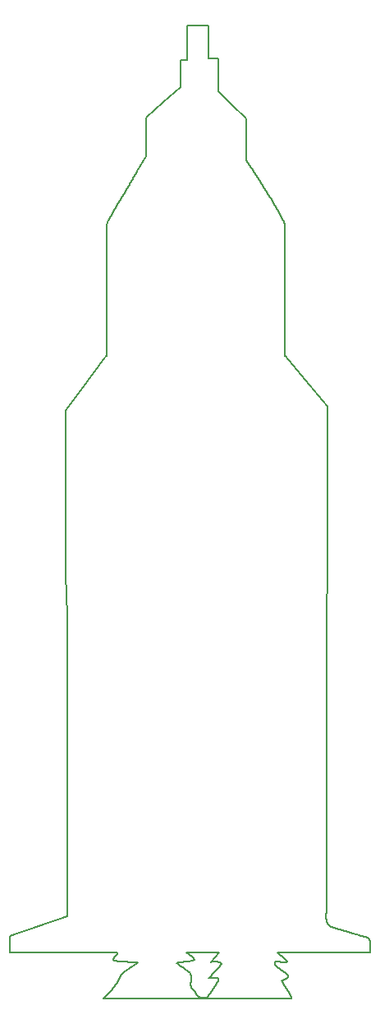
<source format=gbr>
%TF.GenerationSoftware,KiCad,Pcbnew,9.0.2*%
%TF.CreationDate,2025-07-02T03:30:09+03:00*%
%TF.ProjectId,solder submission,736f6c64-6572-4207-9375-626d69737369,rev?*%
%TF.SameCoordinates,Original*%
%TF.FileFunction,Profile,NP*%
%FSLAX46Y46*%
G04 Gerber Fmt 4.6, Leading zero omitted, Abs format (unit mm)*
G04 Created by KiCad (PCBNEW 9.0.2) date 2025-07-02 03:30:09*
%MOMM*%
%LPD*%
G01*
G04 APERTURE LIST*
%TA.AperFunction,Profile*%
%ADD10C,0.200000*%
%TD*%
%ADD11C,0.200000*%
G04 APERTURE END LIST*
D10*
X116999868Y-66743241D02*
X116999868Y-68758958D01*
X127374792Y-64887749D02*
X125943768Y-63474533D01*
X124512744Y-62061563D02*
X124512744Y-60366048D01*
X112968307Y-89198607D02*
X112615468Y-89673125D01*
D11*
X114350856Y-153195590D02*
X114345484Y-153209118D01*
X114340007Y-153222693D01*
X114334425Y-153236317D01*
X114328736Y-153249990D01*
X114322940Y-153263713D01*
X114317035Y-153277486D01*
X114311022Y-153291310D01*
X114304899Y-153305187D01*
X114298666Y-153319116D01*
X114292321Y-153333098D01*
X114285864Y-153347135D01*
X114279293Y-153361226D01*
X114272608Y-153375374D01*
X114265808Y-153389578D01*
X114258892Y-153403840D01*
X114251859Y-153418160D01*
X114244708Y-153432540D01*
X114237437Y-153446979D01*
X114230046Y-153461480D01*
X114222534Y-153476043D01*
X114214900Y-153490668D01*
X114207142Y-153505358D01*
X114199260Y-153520112D01*
X114191251Y-153534932D01*
X114183116Y-153549820D01*
X114174853Y-153564775D01*
X114166460Y-153579799D01*
X114157936Y-153594893D01*
X114149281Y-153610059D01*
X114140492Y-153625297D01*
X114131568Y-153640609D01*
X114122509Y-153655996D01*
X114113311Y-153671458D01*
X114103975Y-153686999D01*
X114094499Y-153702618D01*
X114084880Y-153718317D01*
X114075118Y-153734097D01*
X114065210Y-153749960D01*
X114055156Y-153765908D01*
X114044953Y-153781942D01*
X114034600Y-153798063D01*
X114024095Y-153814273D01*
X114013435Y-153830574D01*
X114002620Y-153846968D01*
X113991647Y-153863456D01*
X113980514Y-153880040D01*
X113969220Y-153896721D01*
X113957761Y-153913503D01*
X113946135Y-153930387D01*
X113934342Y-153947375D01*
X113922377Y-153964470D01*
X113910238Y-153981672D01*
X113897924Y-153998986D01*
X113885431Y-154016414D01*
X113872757Y-154033957D01*
X113859899Y-154051619D01*
X113846854Y-154069402D01*
X113833618Y-154087309D01*
X113820189Y-154105344D01*
X113806564Y-154123509D01*
X113792738Y-154141808D01*
X113778709Y-154160244D01*
X113764473Y-154178821D01*
X113750025Y-154197542D01*
X113735362Y-154216412D01*
X113720480Y-154235435D01*
X113705373Y-154254615D01*
X113690037Y-154273956D01*
X113674468Y-154293465D01*
X113658659Y-154313145D01*
X113642605Y-154333002D01*
X113626301Y-154353043D01*
X113609741Y-154373272D01*
X113592917Y-154393698D01*
X113575822Y-154414326D01*
X113558450Y-154435165D01*
X113540793Y-154456222D01*
X113522841Y-154477506D01*
X113504587Y-154499025D01*
X113486019Y-154520790D01*
X113467129Y-154542812D01*
X113447903Y-154565101D01*
X113428331Y-154587671D01*
X113408399Y-154610534D01*
X113388092Y-154633706D01*
X113367395Y-154657203D01*
X113346291Y-154681042D01*
X113324760Y-154705244D01*
X113302780Y-154729829D01*
X113280330Y-154754823D01*
X113257382Y-154780251D01*
X113233908Y-154806145D01*
X113209873Y-154832539D01*
X113185240Y-154859472D01*
X113159965Y-154886989D01*
X113133998Y-154915144D01*
X113107280Y-154943996D01*
X113079740Y-154973618D01*
X113051296Y-155004099D01*
X113021845Y-155035542D01*
X112991260Y-155068081D01*
X112959383Y-155101881D01*
X112926003Y-155137159D01*
X112890842Y-155174207D01*
X112853507Y-155213433D01*
X112813414Y-155255445D01*
X112769623Y-155301221D01*
X112720429Y-155352536D01*
X112662011Y-155413371D01*
X112619900Y-155457183D01*
D10*
X121326850Y-150668695D02*
X121442787Y-150668695D01*
X121292940Y-58796793D02*
X120935184Y-58796793D01*
X120577428Y-61662112D02*
X118788648Y-63194696D01*
X112615468Y-89673125D02*
X110491546Y-92518509D01*
X108901396Y-131434227D02*
X108901382Y-131434227D01*
X124512744Y-60366048D02*
X124512744Y-58670780D01*
X120577428Y-58796793D02*
X120577428Y-60229453D01*
X124512744Y-58670780D02*
X123976110Y-58670780D01*
D11*
X124339751Y-153749725D02*
X124333131Y-153764949D01*
X124326395Y-153780238D01*
X124319542Y-153795594D01*
X124312572Y-153811017D01*
X124305483Y-153826510D01*
X124298274Y-153842073D01*
X124290943Y-153857708D01*
X124283491Y-153873415D01*
X124275914Y-153889196D01*
X124268213Y-153905053D01*
X124260386Y-153920987D01*
X124252432Y-153936998D01*
X124244349Y-153953090D01*
X124236135Y-153969263D01*
X124227790Y-153985519D01*
X124219312Y-154001859D01*
X124210699Y-154018285D01*
X124201950Y-154034799D01*
X124193063Y-154051402D01*
X124184037Y-154068097D01*
X124174870Y-154084885D01*
X124165560Y-154101768D01*
X124156105Y-154118749D01*
X124146503Y-154135828D01*
X124136753Y-154153009D01*
X124126852Y-154170294D01*
X124116798Y-154187685D01*
X124106590Y-154205184D01*
X124096225Y-154222793D01*
X124085700Y-154240517D01*
X124075013Y-154258356D01*
X124064162Y-154276315D01*
X124053145Y-154294395D01*
X124041957Y-154312601D01*
X124030597Y-154330934D01*
X124019062Y-154349399D01*
X124007349Y-154367999D01*
X123995454Y-154386738D01*
X123983374Y-154405620D01*
X123971105Y-154424648D01*
X123958644Y-154443826D01*
X123945988Y-154463160D01*
X123933131Y-154482654D01*
X123920070Y-154502313D01*
X123906801Y-154522143D01*
X123893317Y-154542147D01*
X123879616Y-154562334D01*
X123865690Y-154582708D01*
X123851536Y-154603277D01*
X123837145Y-154624047D01*
X123822514Y-154645026D01*
X123807633Y-154666222D01*
X123792498Y-154687644D01*
X123777098Y-154709300D01*
X123761427Y-154731201D01*
X123745476Y-154753357D01*
X123729234Y-154775781D01*
X123712692Y-154798484D01*
X123695838Y-154821479D01*
X123678659Y-154844783D01*
X123661143Y-154868410D01*
X123643275Y-154892379D01*
X123625039Y-154916710D01*
X123606416Y-154941423D01*
X123587387Y-154966544D01*
X123567929Y-154992098D01*
X123548019Y-155018117D01*
X123527627Y-155044635D01*
X123506722Y-155071689D01*
X123485267Y-155099326D01*
X123463220Y-155127596D01*
X123440532Y-155156561D01*
X123417144Y-155186290D01*
X123392986Y-155216870D01*
X123367975Y-155248403D01*
X123342006Y-155281018D01*
X123314948Y-155314875D01*
X123301886Y-155331176D01*
D10*
X108901382Y-131434227D02*
X108901382Y-146943178D01*
D11*
X121570486Y-152835438D02*
X121318280Y-152638328D01*
X121055848Y-152433171D01*
X120843150Y-152266892D01*
X120630422Y-152100619D01*
X120417630Y-151934356D01*
X120311201Y-151851230D01*
X120204744Y-151768108D01*
D10*
X108720463Y-111880940D02*
X108901396Y-116015112D01*
D11*
X140009939Y-149217977D02*
X139937854Y-149196207D01*
X139863773Y-149173917D01*
X139787500Y-149151050D01*
X139708802Y-149127538D01*
X139627393Y-149103298D01*
X139542917Y-149078227D01*
X139454924Y-149052194D01*
X139362829Y-149025029D01*
X139265839Y-148996502D01*
X139162843Y-148966289D01*
X139052180Y-148933907D01*
X138931161Y-148898574D01*
X138794849Y-148858854D01*
X138631965Y-148811466D01*
X138473179Y-148765310D01*
X138319637Y-148720679D01*
X138166161Y-148676031D01*
X138089469Y-148653697D01*
X138012819Y-148631352D01*
X137936219Y-148608996D01*
X137859676Y-148586626D01*
X137783201Y-148564239D01*
X137706800Y-148541835D01*
X137630482Y-148519411D01*
X137554256Y-148496965D01*
X137478130Y-148474495D01*
X137402111Y-148451999D01*
X137326209Y-148429475D01*
X137250432Y-148406922D01*
X137174788Y-148384336D01*
X137099284Y-148361717D01*
X137061589Y-148350394D01*
X137023931Y-148339061D01*
X136986313Y-148327720D01*
X136948736Y-148316368D01*
X136911200Y-148305007D01*
X136873706Y-148293635D01*
X136836257Y-148282253D01*
X136798852Y-148270861D01*
X136761492Y-148259457D01*
X136724180Y-148248042D01*
X136686915Y-148236616D01*
X136649699Y-148225178D01*
X136612533Y-148213728D01*
X136575418Y-148202265D01*
X136538355Y-148190791D01*
X136501344Y-148179303D01*
X136464388Y-148167803D01*
X136427487Y-148156289D01*
X136390642Y-148144762D01*
X136353854Y-148133222D01*
X136317124Y-148121667D01*
X136280454Y-148110098D01*
X136243843Y-148098515D01*
X136207294Y-148086917D01*
X136170808Y-148075304D01*
X136134384Y-148063676D01*
X136098025Y-148052032D01*
X136061732Y-148040373D01*
D10*
X124558911Y-150668695D02*
X123705301Y-151676799D01*
X116999868Y-64727526D02*
X116999868Y-66743241D01*
D11*
X124678393Y-152018067D02*
X124670611Y-152029417D01*
X124662658Y-152040874D01*
X124654533Y-152052440D01*
X124646231Y-152064119D01*
X124637749Y-152075913D01*
X124629083Y-152087827D01*
X124620228Y-152099864D01*
X124611182Y-152112028D01*
X124601939Y-152124322D01*
X124592495Y-152136751D01*
X124582844Y-152149320D01*
X124572982Y-152162034D01*
X124562904Y-152174897D01*
X124552602Y-152187916D01*
X124542071Y-152201096D01*
X124531303Y-152214444D01*
X124520293Y-152227967D01*
X124509031Y-152241672D01*
X124497510Y-152255568D01*
X124485721Y-152269663D01*
X124473652Y-152283968D01*
X124461294Y-152298492D01*
X124448634Y-152313248D01*
X124435660Y-152328249D01*
X124422357Y-152343509D01*
X124408708Y-152359044D01*
X124394697Y-152374872D01*
X124380301Y-152391014D01*
X124365499Y-152407493D01*
X124350264Y-152424336D01*
X124334565Y-152441573D01*
X124318367Y-152459240D01*
X124301629Y-152477380D01*
X124284301Y-152496043D01*
X124266323Y-152515291D01*
X124247621Y-152535198D01*
X124228102Y-152555860D01*
X124207647Y-152577399D01*
X124186096Y-152599978D01*
X124163231Y-152623821D01*
X124138733Y-152649257D01*
X124112102Y-152676796D01*
X124082473Y-152707326D01*
X124048063Y-152742679D01*
X123995948Y-152796104D01*
X123962910Y-152829964D01*
X123929965Y-152863768D01*
X123897155Y-152897515D01*
X123880814Y-152914366D01*
X123864522Y-152931202D01*
X123848285Y-152948022D01*
X123832107Y-152964827D01*
X123815995Y-152981615D01*
X123799953Y-152998388D01*
X123783987Y-153015143D01*
X123768101Y-153031882D01*
X123752301Y-153048603D01*
X123736593Y-153065308D01*
X123720980Y-153081994D01*
X123705469Y-153098662D01*
X123690065Y-153115312D01*
X123674773Y-153131944D01*
X123659598Y-153148557D01*
X123652056Y-153156856D01*
X123644546Y-153165151D01*
X123637067Y-153173440D01*
X123629621Y-153181725D01*
X123622208Y-153190005D01*
X123614828Y-153198279D01*
X123607484Y-153206549D01*
X123600174Y-153214814D01*
X123592901Y-153223074D01*
X123585663Y-153231329D01*
X123578463Y-153239578D01*
X123571301Y-153247823D01*
X123564177Y-153256062D01*
X123557092Y-153264296D01*
X123550047Y-153272525D01*
X123543042Y-153280748D01*
X123536078Y-153288966D01*
X123529156Y-153297179D01*
X123522276Y-153305387D01*
X123515439Y-153313589D01*
X123508646Y-153321785D01*
X123501897Y-153329976D01*
D10*
X118788648Y-63194696D02*
X116999868Y-64727526D01*
D11*
X116111774Y-70298925D02*
X116075358Y-70362000D01*
X116036884Y-70428480D01*
X115996344Y-70498371D01*
X115953741Y-70571657D01*
X115909095Y-70648298D01*
X115862441Y-70728229D01*
X115813829Y-70811354D01*
X115763328Y-70897551D01*
X115711025Y-70986664D01*
X115657028Y-71078508D01*
X115601461Y-71172862D01*
X115544471Y-71269477D01*
X115486220Y-71368071D01*
X115426889Y-71468336D01*
X115366674Y-71569937D01*
X115305785Y-71672519D01*
X115244441Y-71775712D01*
X115182868Y-71879132D01*
X115152076Y-71930792D01*
X115121296Y-71982394D01*
X115090606Y-72033805D01*
X115059956Y-72085111D01*
X115029482Y-72136084D01*
X114999075Y-72186905D01*
X114968925Y-72237256D01*
X114938871Y-72287410D01*
X114909151Y-72336965D01*
X114879553Y-72386280D01*
X114850363Y-72434875D01*
X114821317Y-72483190D01*
X114792747Y-72530676D01*
X114764344Y-72577845D01*
X114736476Y-72624086D01*
X114708797Y-72669976D01*
X114681704Y-72714854D01*
X114654818Y-72759350D01*
X114628565Y-72802760D01*
X114602535Y-72845763D01*
X114577174Y-72887621D01*
X114552051Y-72929047D01*
X114527627Y-72969282D01*
X114503452Y-73009067D01*
X114480000Y-73047624D01*
X114456807Y-73085717D01*
X114434352Y-73122558D01*
X114412164Y-73158923D01*
X114390724Y-73194023D01*
X114369555Y-73228639D01*
X114349139Y-73261986D01*
X114328999Y-73294845D01*
X114294338Y-73351296D01*
D10*
X125943768Y-63474533D02*
X124512744Y-62061563D01*
X108901382Y-146943178D02*
X103000000Y-149000000D01*
D11*
X131151438Y-152621286D02*
X131142312Y-152613232D01*
X131132874Y-152605009D01*
X131123107Y-152596605D01*
X131112992Y-152588006D01*
X131102507Y-152579196D01*
X131091625Y-152570157D01*
X131080318Y-152560867D01*
X131068550Y-152551300D01*
X131056279Y-152541426D01*
X131043453Y-152531207D01*
X131030008Y-152520596D01*
X131015864Y-152509533D01*
X131000915Y-152497939D01*
X130985016Y-152485708D01*
X130967964Y-152472686D01*
X130949448Y-152458645D01*
X130928957Y-152443201D01*
X130905515Y-152425625D01*
X130876722Y-152404126D01*
X130857320Y-152389665D01*
X130828816Y-152368415D01*
X130800351Y-152347137D01*
X130786156Y-152336486D01*
X130771997Y-152325826D01*
X130757883Y-152315158D01*
X130743824Y-152304480D01*
X130729829Y-152293793D01*
X130715905Y-152283095D01*
X130702063Y-152272386D01*
X130688312Y-152261666D01*
X130674659Y-152250934D01*
X130667873Y-152245564D01*
X130661114Y-152240190D01*
X130654385Y-152234813D01*
X130647687Y-152229433D01*
X130641020Y-152224050D01*
X130634385Y-152218663D01*
X130627784Y-152213273D01*
X130621218Y-152207879D01*
X130614689Y-152202482D01*
X130608196Y-152197081D01*
X130601741Y-152191677D01*
X130595326Y-152186269D01*
X130588951Y-152180857D01*
X130582617Y-152175441D01*
X130576327Y-152170021D01*
X130570080Y-152164597D01*
X130563878Y-152159170D01*
X130557722Y-152153738D01*
X130551613Y-152148302D01*
X130545552Y-152142862D01*
X130539541Y-152137418D01*
X130533580Y-152131969D01*
X130527671Y-152126516D01*
X130521815Y-152121058D01*
X130516012Y-152115596D01*
X130510265Y-152110130D01*
X130504573Y-152104658D01*
X130498939Y-152099183D01*
X130493363Y-152093702D01*
X130487847Y-152088217D01*
X130482391Y-152082726D01*
X130476996Y-152077231D01*
X130471665Y-152071731D01*
X130466397Y-152066226D01*
X130461195Y-152060715D01*
X130456058Y-152055200D01*
X130450989Y-152049679D01*
X130445988Y-152044153D01*
X130441057Y-152038622D01*
X130436196Y-152033085D01*
X130431407Y-152027543D01*
X130426691Y-152021996D01*
X130422049Y-152016443D01*
X130417482Y-152010884D01*
X130412991Y-152005319D01*
X130408577Y-151999749D01*
X130404242Y-151994173D01*
X130399986Y-151988591D01*
X130395811Y-151983003D01*
X130391718Y-151977409D01*
X130387708Y-151971809D01*
X130383782Y-151966203D01*
X130379941Y-151960591D01*
X130376186Y-151954972D01*
X130372519Y-151949348D01*
X130368940Y-151943717D01*
X130367184Y-151940899D01*
X130365450Y-151938079D01*
X130363740Y-151935258D01*
X130362052Y-151932435D01*
X130360387Y-151929611D01*
X130358745Y-151926785D01*
X130357126Y-151923957D01*
X130355531Y-151921128D01*
X130353959Y-151918297D01*
X130352411Y-151915464D01*
X130350887Y-151912629D01*
X130349387Y-151909793D01*
X130347911Y-151906956D01*
X130346459Y-151904116D01*
X130345031Y-151901275D01*
X130343628Y-151898432D01*
X130342249Y-151895588D01*
X130340896Y-151892741D01*
X130339567Y-151889893D01*
X130338263Y-151887044D01*
X130336984Y-151884192D01*
X130335731Y-151881339D01*
X130334504Y-151878484D01*
X130333301Y-151875627D01*
X130332125Y-151872768D01*
X130330975Y-151869908D01*
X130329850Y-151867046D01*
X130328752Y-151864182D01*
X130327680Y-151861316D01*
X130326634Y-151858448D01*
X130325616Y-151855579D01*
X130324623Y-151852707D01*
X130323658Y-151849834D01*
X130322720Y-151846959D01*
X130321809Y-151844082D01*
X130320925Y-151841204D01*
X130320068Y-151838323D01*
X130319240Y-151835441D01*
X130318438Y-151832556D01*
X130317665Y-151829670D01*
X130316920Y-151826782D01*
X130316203Y-151823892D01*
X130315514Y-151821000D01*
X130314853Y-151818106D01*
X130314221Y-151815210D01*
X130313618Y-151812312D01*
X130313044Y-151809413D01*
X130312498Y-151806511D01*
X130311982Y-151803608D01*
X130311495Y-151800702D01*
X130311037Y-151797794D01*
X130310609Y-151794885D01*
X130310211Y-151791973D01*
X130309842Y-151789060D01*
X130309503Y-151786144D01*
X130309195Y-151783227D01*
X130308916Y-151780307D01*
X130308668Y-151777386D01*
X130308451Y-151774462D01*
X130308264Y-151771536D01*
X130308107Y-151768609D01*
X130307982Y-151765679D01*
X130307888Y-151762747D01*
X130307825Y-151759813D01*
X130307794Y-151756877D01*
X130307793Y-151753939D01*
X130307825Y-151750999D01*
X130307888Y-151748057D01*
X130307983Y-151745113D01*
X130308111Y-151742166D01*
X130308270Y-151739217D01*
X130308462Y-151736267D01*
X130308686Y-151733314D01*
X130308943Y-151730359D01*
X130309232Y-151727402D01*
X130309555Y-151724442D01*
X130309910Y-151721481D01*
X130310299Y-151718517D01*
X130310721Y-151715551D01*
X130311176Y-151712583D01*
X130311665Y-151709613D01*
X130312187Y-151706641D01*
X130312744Y-151703666D01*
X130313334Y-151700689D01*
X130313959Y-151697710D01*
X130314618Y-151694728D01*
X130315311Y-151691745D01*
X130316039Y-151688759D01*
X130316802Y-151685771D01*
X130317599Y-151682781D01*
X130318432Y-151679788D01*
X130319299Y-151676793D01*
X121932987Y-151271188D02*
X121929184Y-151265712D01*
X121925259Y-151260201D01*
X121921210Y-151254653D01*
X121917034Y-151249067D01*
X121912729Y-151243441D01*
X121908293Y-151237775D01*
X121903722Y-151232067D01*
X121899014Y-151226316D01*
X121894167Y-151220520D01*
X121889177Y-151214679D01*
X121884042Y-151208789D01*
X121878757Y-151202851D01*
X121873320Y-151196861D01*
X121867728Y-151190819D01*
X121861976Y-151184722D01*
X121856062Y-151178568D01*
X121849980Y-151172356D01*
X121843728Y-151166084D01*
X121837300Y-151159748D01*
X121830691Y-151153347D01*
X121823898Y-151146877D01*
X121816915Y-151140337D01*
X121809736Y-151133723D01*
X121802356Y-151127031D01*
X121794769Y-151120259D01*
X121786967Y-151113403D01*
X121778944Y-151106458D01*
X121770692Y-151099421D01*
X121762203Y-151092286D01*
X121753468Y-151085048D01*
X121744477Y-151077701D01*
X121735220Y-151070239D01*
X121725684Y-151062656D01*
X121715857Y-151054942D01*
X121705725Y-151047089D01*
X121695271Y-151039088D01*
X121684477Y-151030926D01*
X121673323Y-151022591D01*
X121661785Y-151014068D01*
X121649835Y-151005339D01*
X121637441Y-150996384D01*
X121624566Y-150987179D01*
X121611164Y-150977694D01*
X121597179Y-150967893D01*
X121582541Y-150957730D01*
X121567163Y-150947149D01*
X121550925Y-150936071D01*
X121533670Y-150924394D01*
X121515168Y-150911966D01*
X121495067Y-150898557D01*
X121472775Y-150883777D01*
X121447130Y-150866863D01*
X121415089Y-150845813D01*
X121400167Y-150836024D01*
X121368454Y-150815211D01*
X121352625Y-150804803D01*
X121336827Y-150794392D01*
X121321070Y-150783976D01*
X121305364Y-150773555D01*
X121289719Y-150763125D01*
X121274145Y-150752687D01*
X121258651Y-150742239D01*
X121243248Y-150731779D01*
X121227945Y-150721306D01*
X121212752Y-150710819D01*
X121205200Y-150705569D01*
X121197680Y-150700315D01*
X121190191Y-150695057D01*
X121182737Y-150689795D01*
X121175317Y-150684527D01*
X121167934Y-150679255D01*
X121160587Y-150673978D01*
X121153280Y-150668695D01*
X130319299Y-151676793D02*
X130325864Y-151675868D01*
X130332793Y-151674973D01*
X130340101Y-151674110D01*
X130347805Y-151673280D01*
X130355921Y-151672487D01*
X130364469Y-151671733D01*
X130373466Y-151671018D01*
X130382934Y-151670347D01*
X130392893Y-151669722D01*
X130403365Y-151669144D01*
X130414377Y-151668616D01*
X130425953Y-151668141D01*
X130438123Y-151667722D01*
X130450917Y-151667361D01*
X130464370Y-151667062D01*
X130478519Y-151666826D01*
X130493406Y-151666658D01*
X130509081Y-151666561D01*
X130525596Y-151666537D01*
X130543015Y-151666592D01*
X130561412Y-151666729D01*
X130580876Y-151666953D01*
X130601515Y-151667270D01*
X130623464Y-151667686D01*
X130646896Y-151668208D01*
X130672041Y-151668847D01*
X130699221Y-151669615D01*
X130728911Y-151670532D01*
X130761870Y-151671626D01*
X130799485Y-151672950D01*
X130844876Y-151674620D01*
X130891619Y-151676381D01*
X130933789Y-151677970D01*
X130975948Y-151679529D01*
X130996980Y-151680286D01*
X131017959Y-151681022D01*
X131038867Y-151681732D01*
X131059686Y-151682412D01*
X131080401Y-151683058D01*
X131100993Y-151683665D01*
X131121446Y-151684229D01*
X131141743Y-151684745D01*
X131161867Y-151685209D01*
X131181800Y-151685616D01*
X131201527Y-151685962D01*
X131221028Y-151686243D01*
X131240289Y-151686453D01*
X131259291Y-151686590D01*
X131268690Y-151686629D01*
X131278018Y-151686647D01*
X131287272Y-151686645D01*
X131296452Y-151686621D01*
X131305554Y-151686576D01*
X131314576Y-151686508D01*
X131323517Y-151686417D01*
X131332375Y-151686302D01*
X131341146Y-151686163D01*
X131349829Y-151685999D01*
X131358422Y-151685811D01*
X131366923Y-151685596D01*
X131375329Y-151685355D01*
X131383639Y-151685087D01*
X131391850Y-151684791D01*
X131399961Y-151684468D01*
X131407968Y-151684116D01*
X131415870Y-151683734D01*
X131423665Y-151683323D01*
X131431351Y-151682882D01*
X131438926Y-151682410D01*
X131446386Y-151681906D01*
X131453731Y-151681371D01*
X131460959Y-151680803D01*
X131468066Y-151680202D01*
X131475051Y-151679567D01*
X131481912Y-151678898D01*
X131488647Y-151678195D01*
X131495253Y-151677456D01*
X131501728Y-151676681D01*
X131508071Y-151675870D01*
X131514279Y-151675022D01*
X131520349Y-151674137D01*
X131526281Y-151673214D01*
X131532071Y-151672251D01*
X131537718Y-151671250D01*
X131543220Y-151670209D01*
X131548574Y-151669128D01*
X131553778Y-151668006D01*
X131558830Y-151666842D01*
X131563728Y-151665637D01*
X131566119Y-151665018D01*
X131568470Y-151664389D01*
X131570782Y-151663749D01*
X131573053Y-151663098D01*
X131575285Y-151662436D01*
X131577477Y-151661763D01*
X131579627Y-151661079D01*
X131581737Y-151660384D01*
X131583806Y-151659678D01*
X131585833Y-151658961D01*
X131587819Y-151658232D01*
X131589762Y-151657492D01*
X131591663Y-151656741D01*
X131593522Y-151655978D01*
X131595338Y-151655203D01*
X131597111Y-151654417D01*
X131598841Y-151653618D01*
X131600527Y-151652809D01*
X131602169Y-151651987D01*
X131603768Y-151651153D01*
X131605321Y-151650307D01*
X131606831Y-151649450D01*
X131608295Y-151648580D01*
X131609714Y-151647697D01*
X131611088Y-151646803D01*
X131612416Y-151645896D01*
X131613698Y-151644977D01*
X131614934Y-151644045D01*
X131616123Y-151643101D01*
X131617265Y-151642144D01*
X131618361Y-151641174D01*
X131619409Y-151640192D01*
X131620410Y-151639196D01*
X131621363Y-151638188D01*
X131622267Y-151637167D01*
X131623124Y-151636133D01*
X131623931Y-151635085D01*
X131624690Y-151634025D01*
X131625400Y-151632951D01*
X131626060Y-151631864D01*
X131626671Y-151630763D01*
X131627231Y-151629649D01*
X131627742Y-151628521D01*
X131628202Y-151627380D01*
X131628611Y-151626225D01*
X131628969Y-151625056D01*
X131629276Y-151623874D01*
X131629531Y-151622678D01*
X131629734Y-151621467D01*
X131629886Y-151620243D01*
X131629985Y-151619004D01*
X131630031Y-151617752D01*
X131630025Y-151616485D01*
X131629965Y-151615204D01*
X131629852Y-151613908D01*
X131629685Y-151612598D01*
X131629464Y-151611274D01*
X131629190Y-151609935D01*
X131628860Y-151608581D01*
X131628476Y-151607212D01*
X131628037Y-151605829D01*
X131627542Y-151604431D01*
X131626992Y-151603018D01*
X131626387Y-151601590D01*
X131625725Y-151600147D01*
X131625006Y-151598688D01*
X131624232Y-151597215D01*
X131623400Y-151595726D01*
X131622511Y-151594222D01*
X131621565Y-151592702D01*
X131620561Y-151591167D01*
X131619499Y-151589617D01*
X131618379Y-151588051D01*
X131617200Y-151586469D01*
X131615963Y-151584871D01*
X131614666Y-151583257D01*
X131613311Y-151581628D01*
X131611896Y-151579983D01*
X131610421Y-151578321D01*
X131608885Y-151576644D01*
X131607290Y-151574950D01*
X131605634Y-151573240D01*
X131603917Y-151571514D01*
X131602139Y-151569771D01*
X131600300Y-151568012D01*
X131598399Y-151566236D01*
X131596436Y-151564444D01*
X131594410Y-151562635D01*
X131592323Y-151560809D01*
X131590172Y-151558967D01*
X131587959Y-151557107D01*
X131585682Y-151555231D01*
X131583342Y-151553337D01*
X131580938Y-151551427D01*
X131578470Y-151549499D01*
X131575937Y-151547555D01*
X131573340Y-151545592D01*
X131570679Y-151543613D01*
X131567952Y-151541616D01*
X131565159Y-151539602D01*
X131562301Y-151537570D01*
X131559377Y-151535520D01*
D10*
X127374792Y-67014219D02*
X127374792Y-64887749D01*
D11*
X132052965Y-155457183D02*
X132051200Y-155447768D01*
X132049344Y-155438307D01*
X132047398Y-155428799D01*
X132045361Y-155419241D01*
X132043231Y-155409634D01*
X132041008Y-155399975D01*
X132038691Y-155390264D01*
X132036279Y-155380499D01*
X132033772Y-155370679D01*
X132031168Y-155360803D01*
X132028466Y-155350870D01*
X132025665Y-155340878D01*
X132022764Y-155330825D01*
X132019762Y-155320710D01*
X132016659Y-155310532D01*
X132013452Y-155300288D01*
X132010140Y-155289979D01*
X132006723Y-155279600D01*
X132003198Y-155269152D01*
X131999566Y-155258632D01*
X131995823Y-155248038D01*
X131991969Y-155237369D01*
X131988002Y-155226622D01*
X131983920Y-155215795D01*
X131979723Y-155204886D01*
X131975407Y-155193892D01*
X131970972Y-155182812D01*
X131966415Y-155171643D01*
X131961735Y-155160383D01*
X131956929Y-155149028D01*
X131951995Y-155137575D01*
X131946931Y-155126023D01*
X131941735Y-155114366D01*
X131936404Y-155102604D01*
X131930935Y-155090730D01*
X131925326Y-155078743D01*
X131919574Y-155066638D01*
X131913676Y-155054411D01*
X131907628Y-155042057D01*
X131901428Y-155029573D01*
X131895070Y-155016952D01*
X131888553Y-155004189D01*
X131881870Y-154991279D01*
X131875019Y-154978216D01*
X131867993Y-154964992D01*
X131860789Y-154951601D01*
X131853400Y-154938035D01*
X131845820Y-154924286D01*
X131838044Y-154910343D01*
X131830063Y-154896198D01*
X131821870Y-154881839D01*
X131813457Y-154867254D01*
X131804814Y-154852429D01*
X131795931Y-154837350D01*
X131786796Y-154822000D01*
X131777396Y-154806360D01*
X131767716Y-154790408D01*
X131757740Y-154774120D01*
X131747448Y-154757469D01*
X131736819Y-154740422D01*
X131725826Y-154722941D01*
X131714438Y-154704982D01*
X131702620Y-154686490D01*
X131690326Y-154667399D01*
X131677500Y-154647630D01*
X131664074Y-154627077D01*
X131649955Y-154605608D01*
X131635020Y-154583041D01*
X131619098Y-154559120D01*
X131601929Y-154533468D01*
X131583100Y-154505471D01*
X131561847Y-154474004D01*
X131536443Y-154436519D01*
X131510981Y-154399020D01*
X131476520Y-154348254D01*
X131459336Y-154322885D01*
X131442204Y-154297525D01*
X131425138Y-154272174D01*
X131408154Y-154246832D01*
X131399696Y-154234164D01*
X131391265Y-154221498D01*
X131382862Y-154208835D01*
X131374488Y-154196173D01*
X131366145Y-154183514D01*
X131357836Y-154170856D01*
X131349563Y-154158201D01*
X131341326Y-154145548D01*
X131333129Y-154132897D01*
X131324972Y-154120248D01*
X131316858Y-154107601D01*
X131308789Y-154094956D01*
X131300766Y-154082312D01*
X131292792Y-154069671D01*
X131284867Y-154057032D01*
X131276995Y-154044395D01*
X131269177Y-154031759D01*
X131261415Y-154019126D01*
X131253711Y-154006494D01*
X131246066Y-153993865D01*
X131238482Y-153981237D01*
X131230962Y-153968611D01*
X131223507Y-153955987D01*
X131216119Y-153943364D01*
X131208800Y-153930744D01*
X131201552Y-153918125D01*
X131194377Y-153905508D01*
X131187276Y-153892893D01*
X131180252Y-153880280D01*
X131173306Y-153867668D01*
X131166440Y-153855058D01*
X131159656Y-153842449D01*
X131152956Y-153829843D01*
X131146342Y-153817238D01*
X131139815Y-153804634D01*
X131136586Y-153798333D01*
X131133378Y-153792033D01*
X131130194Y-153785732D01*
X131127033Y-153779433D01*
X131123895Y-153773133D01*
X131120781Y-153766834D01*
X131117690Y-153760536D01*
X131114623Y-153754237D01*
X131111581Y-153747939D01*
X131108563Y-153741642D01*
X131105570Y-153735345D01*
X131102602Y-153729048D01*
X131099659Y-153722752D01*
X131096742Y-153716456D01*
X131093850Y-153710161D01*
X131090984Y-153703865D01*
X131088144Y-153697571D01*
X131085330Y-153691276D01*
X131082543Y-153684982D01*
X131079783Y-153678689D01*
X131077050Y-153672395D01*
X131074345Y-153666103D01*
X131071666Y-153659810D01*
X131069016Y-153653518D01*
X131066394Y-153647226D01*
X131063799Y-153640935D01*
X131061234Y-153634644D01*
X131058697Y-153628353D01*
X131056188Y-153622062D01*
X131053709Y-153615772D01*
X131051260Y-153609483D01*
X131048840Y-153603194D01*
X131046450Y-153596905D01*
X131044090Y-153590616D01*
D10*
X110491546Y-92518509D02*
X108720463Y-94889128D01*
X127900944Y-69922855D02*
X127374792Y-69140935D01*
X121292940Y-57032611D02*
X121292940Y-58796793D01*
X112970220Y-82542886D02*
X112970220Y-89284582D01*
D11*
X114100639Y-150668689D02*
X114101082Y-150671832D01*
X114101449Y-150675004D01*
X114101739Y-150678205D01*
X114101951Y-150681438D01*
X114102086Y-150684704D01*
X114102142Y-150688004D01*
X114102119Y-150691340D01*
X114102015Y-150694713D01*
X114101831Y-150698125D01*
X114101565Y-150701578D01*
X114101215Y-150705073D01*
X114100780Y-150708611D01*
X114100259Y-150712196D01*
X114099651Y-150715828D01*
X114098954Y-150719509D01*
X114098165Y-150723240D01*
X114097284Y-150727025D01*
X114096308Y-150730865D01*
X114095235Y-150734761D01*
X114094063Y-150738716D01*
X114092789Y-150742733D01*
X114091412Y-150746812D01*
X114089928Y-150750956D01*
X114088336Y-150755169D01*
X114086631Y-150759451D01*
X114084812Y-150763806D01*
X114082874Y-150768236D01*
X114080816Y-150772745D01*
X114078632Y-150777334D01*
X114076321Y-150782007D01*
X114073877Y-150786767D01*
X114071297Y-150791617D01*
X114068577Y-150796562D01*
X114065712Y-150801604D01*
X114062697Y-150806749D01*
X114059527Y-150812000D01*
X114056197Y-150817362D01*
X114052701Y-150822841D01*
X114049033Y-150828441D01*
X114045186Y-150834170D01*
X114041152Y-150840034D01*
X114036924Y-150846040D01*
X114032492Y-150852196D01*
X114027847Y-150858513D01*
X114022979Y-150865000D01*
X114017874Y-150871670D01*
X114012519Y-150878536D01*
X114006897Y-150885614D01*
X114000992Y-150892924D01*
X113994779Y-150900487D01*
X113988234Y-150908330D01*
X113981325Y-150916488D01*
X113974012Y-150925000D01*
X113966244Y-150933922D01*
X113957954Y-150943323D01*
X113949050Y-150953304D01*
X113939398Y-150964006D01*
X113928790Y-150975655D01*
X113916860Y-150988642D01*
X113902854Y-151003782D01*
X113882263Y-151025928D01*
X113862029Y-151047689D01*
X113851960Y-151058562D01*
X113841947Y-151069426D01*
X113832011Y-151080279D01*
X113822171Y-151091117D01*
X113817292Y-151096529D01*
X113812445Y-151101937D01*
X113807631Y-151107340D01*
X113802852Y-151112737D01*
X113798112Y-151118128D01*
X113793412Y-151123513D01*
X113788756Y-151128891D01*
X113784144Y-151134262D01*
X113779581Y-151139626D01*
X113775067Y-151144982D01*
X113770606Y-151150330D01*
X113766200Y-151155670D01*
X113761851Y-151161000D01*
X113757562Y-151166322D01*
X113753334Y-151171634D01*
X113749171Y-151176935D01*
X113745075Y-151182227D01*
X113741049Y-151187508D01*
X113737093Y-151192777D01*
X113733212Y-151198036D01*
X113729407Y-151203282D01*
X113725681Y-151208516D01*
X113722036Y-151213738D01*
X113718475Y-151218946D01*
X113714999Y-151224142D01*
X113711612Y-151229324D01*
X113708315Y-151234491D01*
X113705112Y-151239644D01*
X113702004Y-151244783D01*
X113698993Y-151249906D01*
X113697526Y-151252462D01*
X113696083Y-151255014D01*
X113694667Y-151257562D01*
X113693276Y-151260106D01*
X113691912Y-151262646D01*
X113690574Y-151265181D01*
X113689263Y-151267713D01*
X113687979Y-151270240D01*
X113686722Y-151272763D01*
X113685494Y-151275282D01*
X113684293Y-151277796D01*
X113683121Y-151280307D01*
X113681977Y-151282812D01*
X113680862Y-151285313D01*
X113679777Y-151287810D01*
X113678721Y-151290302D01*
X113677694Y-151292789D01*
X113676698Y-151295272D01*
X113675733Y-151297750D01*
X113674798Y-151300223D01*
X113673894Y-151302692D01*
X113673022Y-151305155D01*
X113672181Y-151307614D01*
X113671372Y-151310068D01*
X113670595Y-151312516D01*
X113669851Y-151314960D01*
X113669139Y-151317399D01*
X113668461Y-151319832D01*
X113667816Y-151322260D01*
X113667205Y-151324683D01*
X113666628Y-151327101D01*
X113666085Y-151329514D01*
X113665577Y-151331921D01*
X113665104Y-151334322D01*
X113664665Y-151336719D01*
X113664263Y-151339109D01*
X113663896Y-151341495D01*
X113663565Y-151343874D01*
X113663271Y-151346248D01*
X113663013Y-151348616D01*
X113662793Y-151350979D01*
X113662609Y-151353336D01*
X113662464Y-151355686D01*
X113662356Y-151358031D01*
X113662286Y-151360371D01*
X113662255Y-151362704D01*
X113662263Y-151365031D01*
X113662309Y-151367352D01*
X113662395Y-151369667D01*
X113662521Y-151371976D01*
X113662687Y-151374278D01*
X113662893Y-151376574D01*
X113663139Y-151378864D01*
X113663427Y-151381148D01*
X113663755Y-151383426D01*
X113664126Y-151385696D01*
X113664537Y-151387961D01*
X113664991Y-151390219D01*
X113665488Y-151392470D01*
X113666027Y-151394715D01*
X113666609Y-151396953D01*
X113667234Y-151399184D01*
X113667902Y-151401409D01*
X113668615Y-151403626D01*
X113669372Y-151405837D01*
X113670173Y-151408041D01*
X113671019Y-151410238D01*
X113671910Y-151412429D01*
X113672846Y-151414612D01*
X113673828Y-151416788D01*
X113674856Y-151418956D01*
X113675931Y-151421118D01*
X113677051Y-151423273D01*
X113678219Y-151425420D01*
X113679434Y-151427560D01*
X113680696Y-151429692D01*
X113682006Y-151431817D01*
X113683364Y-151433935D01*
X113684770Y-151436045D01*
X113686225Y-151438148D01*
X113687729Y-151440243D01*
X113689282Y-151442330D01*
X113690885Y-151444410D01*
X113692537Y-151446482D01*
X113694240Y-151448546D01*
X113695993Y-151450603D01*
X113697796Y-151452651D01*
X113699651Y-151454692D01*
X113701557Y-151456724D01*
X113703515Y-151458749D01*
X113705524Y-151460766D01*
X113707586Y-151462774D01*
X113709700Y-151464774D01*
X113711867Y-151466767D01*
X113714088Y-151468750D01*
X113716361Y-151470726D01*
X113718689Y-151472693D01*
X113721070Y-151474652D01*
X113723506Y-151476603D01*
X113725996Y-151478545D01*
X113728541Y-151480478D01*
X113731141Y-151482403D01*
X113733797Y-151484320D01*
X113736509Y-151486227D01*
X113739277Y-151488126D01*
X113742101Y-151490017D01*
X113744981Y-151491898D01*
X113747919Y-151493771D01*
X113750914Y-151495634D01*
X113753967Y-151497489D01*
X113757078Y-151499335D01*
X113760246Y-151501172D01*
X113763473Y-151502999D01*
X113766759Y-151504818D01*
X113770104Y-151506627D01*
X113773509Y-151508428D01*
X113776973Y-151510219D01*
X113780497Y-151512000D01*
X113784081Y-151513772D01*
X113787726Y-151515535D01*
X113791432Y-151517289D01*
X113795199Y-151519033D01*
X113799028Y-151520767D01*
X113802918Y-151522492D01*
X113806870Y-151524207D01*
X113810885Y-151525913D01*
X113814962Y-151527609D01*
X113819102Y-151529295D01*
X113823306Y-151530971D01*
X113827573Y-151532637D01*
X113831903Y-151534294D01*
X113836298Y-151535940D01*
X113840758Y-151537577D01*
X113845282Y-151539203D01*
X113849871Y-151540820D01*
X113854526Y-151542426D01*
X113859246Y-151544022D01*
X113864032Y-151545608D01*
X113868885Y-151547183D01*
X113873804Y-151548749D01*
X113878790Y-151550303D01*
X113883843Y-151551848D01*
X113888963Y-151553382D01*
X113894151Y-151554905D01*
X113899407Y-151556418D01*
X113904732Y-151557921D01*
X113910125Y-151559412D01*
X113915587Y-151560893D01*
X113921118Y-151562363D01*
X113926719Y-151563823D01*
X113932389Y-151565272D01*
X113938130Y-151566709D01*
X113943941Y-151568136D01*
X113949823Y-151569552D01*
X113955776Y-151570957D01*
X113961800Y-151572351D01*
X113967896Y-151573733D01*
X113974063Y-151575105D01*
X113980303Y-151576465D01*
X113986616Y-151577814D01*
X113993001Y-151579152D01*
X113999459Y-151580478D01*
X114005991Y-151581793D01*
X114012596Y-151583097D01*
X114019275Y-151584389D01*
X114026029Y-151585669D01*
X114032857Y-151586938D01*
X114039760Y-151588196D01*
X114046739Y-151589441D01*
X114053793Y-151590675D01*
X114060922Y-151591898D01*
X114068128Y-151593108D01*
D10*
X112619900Y-155457183D02*
X132052965Y-155457183D01*
X135631181Y-116015112D02*
X135783507Y-111698322D01*
X123439476Y-56969605D02*
X123439476Y-55268429D01*
D11*
X140144695Y-150668689D02*
X140143058Y-150660236D01*
X140141487Y-150651705D01*
X140139982Y-150643092D01*
X140138544Y-150634395D01*
X140137171Y-150625611D01*
X140135866Y-150616738D01*
X140134627Y-150607771D01*
X140133455Y-150598708D01*
X140132350Y-150589546D01*
X140131314Y-150580279D01*
X140130345Y-150570906D01*
X140129445Y-150561420D01*
X140128614Y-150551818D01*
X140127852Y-150542094D01*
X140127160Y-150532244D01*
X140126538Y-150522262D01*
X140125988Y-150512142D01*
X140125509Y-150501877D01*
X140125103Y-150491460D01*
X140124770Y-150480884D01*
X140124511Y-150470139D01*
X140124328Y-150459216D01*
X140124221Y-150448105D01*
X140124191Y-150436795D01*
X140124240Y-150425272D01*
X140124369Y-150413522D01*
X140124580Y-150401529D01*
X140124875Y-150389275D01*
X140125256Y-150376737D01*
X140125726Y-150363892D01*
X140126287Y-150350710D01*
X140126942Y-150337159D01*
X140127697Y-150323197D01*
X140128555Y-150308775D01*
X140129523Y-150293832D01*
X140130608Y-150278292D01*
X140131821Y-150262053D01*
X140133174Y-150244983D01*
X140134685Y-150226893D01*
X140136382Y-150207507D01*
X140138309Y-150186383D01*
X140140541Y-150162725D01*
X140143250Y-150134785D01*
X140146441Y-150102399D01*
X140149288Y-150073531D01*
X140152093Y-150044670D01*
X140153466Y-150030245D01*
X140154814Y-150015824D01*
X140156131Y-150001409D01*
X140157410Y-149987000D01*
X140158649Y-149972598D01*
X140159840Y-149958204D01*
X140160979Y-149943819D01*
X140162061Y-149929444D01*
X140163080Y-149915080D01*
X140164031Y-149900728D01*
X140164910Y-149886388D01*
X140165320Y-149879223D01*
X140165710Y-149872062D01*
X140166079Y-149864904D01*
X140166427Y-149857750D01*
X140166752Y-149850600D01*
X140167055Y-149843454D01*
X140167334Y-149836312D01*
X140167589Y-149829174D01*
X140167819Y-149822040D01*
X140168024Y-149814911D01*
X140168203Y-149807786D01*
X140168355Y-149800666D01*
X140168480Y-149793550D01*
X140168576Y-149786440D01*
X140168644Y-149779334D01*
X140168683Y-149772233D01*
X140168692Y-149765138D01*
X140168670Y-149758048D01*
X140168616Y-149750963D01*
X140168531Y-149743884D01*
X140168414Y-149736810D01*
X140168263Y-149729743D01*
X140168078Y-149722681D01*
X140167858Y-149715625D01*
X140167604Y-149708575D01*
X140167313Y-149701531D01*
X140166986Y-149694494D01*
X140166622Y-149687463D01*
X140166220Y-149680438D01*
X140165780Y-149673420D01*
X140165300Y-149666409D01*
X140164781Y-149659405D01*
X140164221Y-149652408D01*
X140163621Y-149645418D01*
X140162978Y-149638435D01*
X140162293Y-149631460D01*
X140161565Y-149624492D01*
X140160794Y-149617531D01*
X140159978Y-149610578D01*
X140159117Y-149603633D01*
X140158211Y-149596696D01*
X140157258Y-149589767D01*
X140156259Y-149582846D01*
X140155211Y-149575933D01*
X140154116Y-149569028D01*
X140152972Y-149562132D01*
X140151778Y-149555245D01*
X140150534Y-149548366D01*
X140149239Y-149541496D01*
X140147893Y-149534635D01*
X140146494Y-149527783D01*
X140145043Y-149520940D01*
X140143538Y-149514106D01*
X140141979Y-149507281D01*
X140140366Y-149500466D01*
X140138697Y-149493661D01*
X140136972Y-149486865D01*
X140135190Y-149480080D01*
X140133351Y-149473304D01*
X140131454Y-149466538D01*
X140129498Y-149459782D01*
X140127483Y-149453036D01*
X140125408Y-149446301D01*
X140123272Y-149439577D01*
X140121075Y-149432862D01*
X140118816Y-149426159D01*
X140116495Y-149419466D01*
X140114110Y-149412785D01*
X140111662Y-149406114D01*
X140109148Y-149399455D01*
X140106570Y-149392807D01*
X140103926Y-149386170D01*
X140101216Y-149379545D01*
X140098438Y-149372931D01*
X140095592Y-149366329D01*
X140092679Y-149359739D01*
X140089696Y-149353161D01*
X140086643Y-149346594D01*
X140083520Y-149340040D01*
X140080326Y-149333499D01*
X140077060Y-149326969D01*
X140073722Y-149320453D01*
X140070310Y-149313948D01*
X140066825Y-149307457D01*
X140063266Y-149300978D01*
X140059632Y-149294513D01*
X140055922Y-149288060D01*
X140052136Y-149281621D01*
X140048274Y-149275195D01*
X140044333Y-149268782D01*
X140040314Y-149262383D01*
X140036217Y-149255997D01*
X140032040Y-149249626D01*
X140027783Y-149243268D01*
X140023445Y-149236924D01*
X140019025Y-149230594D01*
X140014523Y-149224278D01*
X140009939Y-149217977D01*
X123301886Y-155331176D02*
X123292758Y-155332101D01*
X123283685Y-155333001D01*
X123274692Y-155333872D01*
X123265753Y-155334718D01*
X123256893Y-155335537D01*
X123248086Y-155336331D01*
X123239357Y-155337097D01*
X123230680Y-155337839D01*
X123222080Y-155338555D01*
X123213532Y-155339246D01*
X123205060Y-155339911D01*
X123196639Y-155340551D01*
X123188292Y-155341166D01*
X123179996Y-155341758D01*
X123171773Y-155342324D01*
X123163601Y-155342866D01*
X123155501Y-155343384D01*
X123147450Y-155343879D01*
X123139470Y-155344349D01*
X123131540Y-155344796D01*
X123123679Y-155345219D01*
X123115867Y-155345620D01*
X123108124Y-155345997D01*
X123100429Y-155346352D01*
X123092801Y-155346684D01*
X123085221Y-155346993D01*
X123077708Y-155347280D01*
X123070241Y-155347546D01*
X123062841Y-155347788D01*
X123055486Y-155348010D01*
X123048196Y-155348209D01*
X123040952Y-155348387D01*
X123033772Y-155348544D01*
X123026637Y-155348679D01*
X123019564Y-155348794D01*
X123012536Y-155348888D01*
X123005570Y-155348961D01*
X122998648Y-155349013D01*
X122991787Y-155349045D01*
X122984969Y-155349057D01*
X122978211Y-155349049D01*
X122971496Y-155349021D01*
X122964840Y-155348973D01*
X122958226Y-155348906D01*
X122951671Y-155348819D01*
X122945157Y-155348713D01*
X122938700Y-155348587D01*
X122932284Y-155348443D01*
X122925925Y-155348279D01*
X122919607Y-155348097D01*
X122913344Y-155347897D01*
X122907121Y-155347678D01*
X122900952Y-155347440D01*
X122894823Y-155347184D01*
X122888748Y-155346911D01*
X122882712Y-155346619D01*
X122876729Y-155346310D01*
X122870784Y-155345983D01*
X122864891Y-155345639D01*
X122859037Y-155345276D01*
X122853233Y-155344897D01*
X122847467Y-155344501D01*
X122841752Y-155344088D01*
X122836073Y-155343657D01*
X122830444Y-155343211D01*
X122824851Y-155342747D01*
X122819307Y-155342267D01*
X122813799Y-155341770D01*
X122808339Y-155341258D01*
X122802915Y-155340729D01*
X122797537Y-155340184D01*
X122792195Y-155339623D01*
X122786899Y-155339046D01*
X122781638Y-155338453D01*
X122776421Y-155337846D01*
X122771240Y-155337222D01*
X122766103Y-155336583D01*
X122760999Y-155335929D01*
X122755940Y-155335260D01*
X122750914Y-155334575D01*
X122745931Y-155333876D01*
X122740981Y-155333162D01*
X122736073Y-155332433D01*
X122731198Y-155331689D01*
X122726364Y-155330931D01*
X122721562Y-155330158D01*
X122716801Y-155329371D01*
X122712072Y-155328570D01*
X122707383Y-155327755D01*
X122702725Y-155326925D01*
X122698106Y-155326081D01*
X122693518Y-155325223D01*
X122688969Y-155324352D01*
X122684450Y-155323467D01*
X122679969Y-155322568D01*
X122675518Y-155321656D01*
X122671104Y-155320730D01*
X122666720Y-155319790D01*
X122662372Y-155318838D01*
X122658054Y-155317872D01*
X122653771Y-155316893D01*
X122649517Y-155315900D01*
X122645298Y-155314895D01*
X122641108Y-155313877D01*
X122636952Y-155312846D01*
X122632824Y-155311801D01*
X122628730Y-155310745D01*
X122624664Y-155309675D01*
X122620630Y-155308592D01*
X122616624Y-155307497D01*
X122612650Y-155306390D01*
X122608704Y-155305270D01*
X122604788Y-155304138D01*
X122600900Y-155302993D01*
X122597043Y-155301836D01*
X122593212Y-155300666D01*
X122589411Y-155299485D01*
X122585637Y-155298291D01*
X122581891Y-155297085D01*
X122578173Y-155295866D01*
X122574482Y-155294636D01*
X122570818Y-155293394D01*
X122567181Y-155292140D01*
X122563570Y-155290874D01*
X122559986Y-155289596D01*
X122556427Y-155288306D01*
X122552895Y-155287005D01*
X122549388Y-155285691D01*
X122545907Y-155284366D01*
X122542451Y-155283029D01*
X122539020Y-155281680D01*
X122535613Y-155280319D01*
X122532231Y-155278947D01*
X122528874Y-155277563D01*
X122525540Y-155276168D01*
X122522230Y-155274760D01*
X122518944Y-155273341D01*
X122515681Y-155271911D01*
X122512441Y-155270469D01*
X122509225Y-155269015D01*
X122506030Y-155267550D01*
X122502859Y-155266073D01*
X122499709Y-155264584D01*
X122496583Y-155263085D01*
X122493477Y-155261572D01*
X122490394Y-155260049D01*
X122487331Y-155258514D01*
X122484291Y-155256968D01*
X122481270Y-155255409D01*
X122478272Y-155253839D01*
X122475293Y-155252257D01*
X122472336Y-155250664D01*
X122469397Y-155249058D01*
X122466481Y-155247442D01*
X122463582Y-155245813D01*
X122460705Y-155244173D01*
X122457845Y-155242520D01*
X122455006Y-155240856D01*
X122449384Y-155237492D01*
X122443837Y-155234079D01*
X122438362Y-155230618D01*
X122432959Y-155227108D01*
X122427626Y-155223548D01*
X122422362Y-155219939D01*
X122417164Y-155216279D01*
X122412032Y-155212568D01*
X122406965Y-155208805D01*
X122401959Y-155204989D01*
X122397015Y-155201120D01*
X122392131Y-155197196D01*
X122387305Y-155193218D01*
X122382535Y-155189183D01*
X122377822Y-155185090D01*
X122373162Y-155180940D01*
X122368554Y-155176729D01*
X122363998Y-155172457D01*
X122359491Y-155168123D01*
X122355032Y-155163724D01*
X122350620Y-155159260D01*
X122346253Y-155154728D01*
X122341929Y-155150127D01*
X122337648Y-155145455D01*
X122333407Y-155140709D01*
X122329205Y-155135887D01*
X122325040Y-155130987D01*
X122320910Y-155126005D01*
X122316814Y-155120940D01*
X122312750Y-155115787D01*
X122308715Y-155110544D01*
X122304708Y-155105207D01*
X122300727Y-155099771D01*
X122296769Y-155094232D01*
X122292831Y-155088586D01*
X122288912Y-155082828D01*
X122285007Y-155076950D01*
X122281115Y-155070947D01*
X122277231Y-155064811D01*
X122273352Y-155058535D01*
X122269473Y-155052108D01*
X122265590Y-155045522D01*
X122261697Y-155038762D01*
X122257788Y-155031816D01*
X122253855Y-155024667D01*
X122249890Y-155017296D01*
X122245883Y-155009681D01*
X122241821Y-155001792D01*
X122237689Y-154993596D01*
X122233468Y-154985048D01*
X122229132Y-154976092D01*
X122224649Y-154966651D01*
X122219969Y-154956617D01*
X122215024Y-154945830D01*
X122209699Y-154934034D01*
X122203789Y-154920759D01*
X122196828Y-154904946D01*
X122189656Y-154888548D01*
X122179879Y-154866217D01*
X122174959Y-154855065D01*
X122170002Y-154843932D01*
X122164995Y-154832821D01*
X122159925Y-154821740D01*
X122157362Y-154816212D01*
X122154780Y-154810694D01*
X122152175Y-154805186D01*
X122149547Y-154799688D01*
X122146895Y-154794203D01*
X122144215Y-154788730D01*
X122141507Y-154783270D01*
X122138770Y-154777824D01*
X122136002Y-154772392D01*
X122133200Y-154766976D01*
X122130364Y-154761576D01*
X122127493Y-154756192D01*
X122124583Y-154750827D01*
X122121635Y-154745479D01*
X122118646Y-154740150D01*
X122115615Y-154734841D01*
X122112540Y-154729553D01*
X122109420Y-154724286D01*
X122106253Y-154719040D01*
X122103037Y-154713817D01*
X122099771Y-154708618D01*
X122096454Y-154703442D01*
X122093084Y-154698292D01*
X122089659Y-154693167D01*
X122086178Y-154688068D01*
X122082639Y-154682996D01*
X122079040Y-154677952D01*
X122075381Y-154672937D01*
X122071659Y-154667950D01*
X122067873Y-154662994D01*
X122064021Y-154658068D01*
X122060102Y-154653174D01*
X122056115Y-154648312D01*
X122052057Y-154643482D01*
X122047927Y-154638686D01*
X122043723Y-154633925D01*
X122041594Y-154631557D01*
X122039445Y-154629198D01*
X122037277Y-154626848D01*
X122035090Y-154624507D01*
X122032883Y-154622176D01*
X122030657Y-154619853D01*
X122028411Y-154617540D01*
X122026144Y-154615236D01*
X122023857Y-154612942D01*
X122021550Y-154610657D01*
X122019222Y-154608382D01*
X122016873Y-154606117D01*
X122014503Y-154603861D01*
X122012112Y-154601616D01*
X122009699Y-154599380D01*
X122007265Y-154597155D01*
X122004809Y-154594940D01*
X122002330Y-154592735D01*
X121999829Y-154590541D01*
X121997306Y-154588357D01*
X121994760Y-154586183D01*
X121992192Y-154584021D01*
X121989600Y-154581869D01*
X121986985Y-154579728D01*
X121984347Y-154577597D01*
X121981685Y-154575478D01*
X121978999Y-154573371D01*
X121976289Y-154571274D01*
X121973555Y-154569188D01*
X121970796Y-154567114D01*
X121968013Y-154565052D01*
X121965205Y-154563001D01*
D10*
X103000000Y-149000000D02*
X103000000Y-150668689D01*
X131373095Y-75801190D02*
X131373002Y-75808549D01*
X108901396Y-116015112D02*
X108901396Y-131434227D01*
X135783507Y-111698322D02*
X135783507Y-94524133D01*
X131373002Y-75808549D02*
X131144503Y-75272994D01*
D11*
X114294338Y-73351296D02*
X114264630Y-73399698D01*
X114234704Y-73448608D01*
X114204589Y-73497979D01*
X114174317Y-73547761D01*
X114143921Y-73597901D01*
X114113435Y-73648341D01*
X114082897Y-73699024D01*
X114052344Y-73749885D01*
X114021816Y-73800859D01*
X113991352Y-73851880D01*
X113960996Y-73902877D01*
X113930789Y-73953779D01*
X113915749Y-73979183D01*
X113900775Y-74004513D01*
X113885850Y-74029800D01*
X113870996Y-74055005D01*
X113856208Y-74080138D01*
X113841497Y-74105179D01*
X113826868Y-74130120D01*
X113812321Y-74154961D01*
X113797872Y-74179674D01*
X113783511Y-74204277D01*
X113769264Y-74228724D01*
X113755109Y-74253052D01*
X113741084Y-74277196D01*
X113727156Y-74301214D01*
X113713373Y-74325020D01*
X113699692Y-74348692D01*
X113686171Y-74372127D01*
X113672755Y-74395418D01*
X113659513Y-74418448D01*
X113646381Y-74441327D01*
X113633437Y-74463920D01*
X113620605Y-74486356D01*
X113607973Y-74508483D01*
X113595457Y-74530446D01*
X113583153Y-74552080D01*
X113570968Y-74573544D01*
X113559004Y-74594658D01*
X113547163Y-74615598D01*
X113535552Y-74636171D01*
X113524065Y-74656564D01*
X113512818Y-74676574D01*
X113501696Y-74696401D01*
X113490820Y-74715830D01*
X113480072Y-74735073D01*
X113469576Y-74753906D01*
X113459208Y-74772549D01*
X113449097Y-74790773D01*
X113439115Y-74808805D01*
X113429393Y-74826409D01*
X113419800Y-74843819D01*
X113410470Y-74860796D01*
X113401270Y-74877578D01*
X113392333Y-74893921D01*
X113383525Y-74910069D01*
X113374981Y-74925776D01*
X113366566Y-74941289D01*
X113358414Y-74956359D01*
X113350389Y-74971235D01*
X113342626Y-74985669D01*
X113334989Y-74999911D01*
X113327610Y-75013714D01*
X113320357Y-75027325D01*
X113313358Y-75040501D01*
X113306482Y-75053489D01*
X113299857Y-75066046D01*
X113293353Y-75078416D01*
X113287095Y-75090362D01*
X113280955Y-75102126D01*
X113275056Y-75113472D01*
X113269273Y-75124638D01*
X113263724Y-75135396D01*
X113258289Y-75145978D01*
X113253082Y-75156160D01*
X113247985Y-75166171D01*
X113243109Y-75175792D01*
X113238340Y-75185245D01*
X113233786Y-75194320D01*
X113229335Y-75203231D01*
X113225091Y-75211775D01*
X113220948Y-75220161D01*
X113217003Y-75228191D01*
X113213156Y-75236067D01*
X113209500Y-75243599D01*
X113205938Y-75250983D01*
X113202558Y-75258036D01*
X113199269Y-75264946D01*
X113196154Y-75271536D01*
X113193127Y-75277989D01*
X113190265Y-75284136D01*
X113187488Y-75290150D01*
X113184868Y-75295871D01*
X113182329Y-75301465D01*
X113179939Y-75306778D01*
X113177626Y-75311970D01*
X113175454Y-75316895D01*
X113173355Y-75321703D01*
X113171390Y-75326256D01*
X113169495Y-75330699D01*
X113167264Y-75336000D01*
D10*
X123439476Y-55268429D02*
X122366208Y-55268429D01*
D11*
X114068128Y-151593108D02*
X114086838Y-151596144D01*
X114105721Y-151599126D01*
X114124778Y-151602056D01*
X114144013Y-151604932D01*
X114163431Y-151607755D01*
X114183034Y-151610524D01*
X114202828Y-151613239D01*
X114222815Y-151615901D01*
X114243001Y-151618508D01*
X114263390Y-151621062D01*
X114283987Y-151623561D01*
X114304796Y-151626005D01*
X114325823Y-151628395D01*
X114347074Y-151630730D01*
X114368554Y-151633010D01*
X114390269Y-151635235D01*
X114412226Y-151637404D01*
X114434432Y-151639518D01*
X114456895Y-151641576D01*
X114479621Y-151643579D01*
X114502619Y-151645525D01*
X114525898Y-151647416D01*
X114549467Y-151649250D01*
X114573337Y-151651027D01*
X114597517Y-151652748D01*
X114622020Y-151654412D01*
X114646858Y-151656019D01*
X114672044Y-151657569D01*
X114697593Y-151659062D01*
X114723520Y-151660496D01*
X114749844Y-151661874D01*
X114776582Y-151663193D01*
X114803754Y-151664454D01*
X114831385Y-151665657D01*
X114859499Y-151666802D01*
X114888124Y-151667887D01*
X114917291Y-151668914D01*
X114947034Y-151669882D01*
X114977395Y-151670791D01*
X115008417Y-151671640D01*
X115040153Y-151672430D01*
X115072661Y-151673160D01*
X115106013Y-151673829D01*
X115140290Y-151674439D01*
X115175592Y-151674987D01*
X115212037Y-151675475D01*
X115249773Y-151675901D01*
X115288988Y-151676265D01*
X115329921Y-151676567D01*
X115372897Y-151676807D01*
X115418361Y-151676982D01*
X115466971Y-151677092D01*
X115519765Y-151677136D01*
X115578574Y-151677109D01*
X115647294Y-151677005D01*
X115739113Y-151676800D01*
X115797819Y-151676664D01*
X115856452Y-151676550D01*
X115914996Y-151676479D01*
X115973438Y-151676472D01*
X116002615Y-151676500D01*
X116031762Y-151676552D01*
X116060875Y-151676631D01*
X116089954Y-151676740D01*
X116118996Y-151676880D01*
X116147999Y-151677056D01*
X116176962Y-151677270D01*
X116205883Y-151677524D01*
D10*
X131373095Y-82542886D02*
X131373095Y-75801190D01*
D11*
X136061732Y-148040373D02*
X136057261Y-148036210D01*
X136052818Y-148032046D01*
X136048404Y-148027882D01*
X136044017Y-148023716D01*
X136039660Y-148019551D01*
X136035329Y-148015383D01*
X136031027Y-148011216D01*
X136026753Y-148007046D01*
X136022506Y-148002877D01*
X136018287Y-147998706D01*
X136014095Y-147994534D01*
X136009930Y-147990361D01*
X136005792Y-147986187D01*
X136001682Y-147982012D01*
X135997598Y-147977836D01*
X135993541Y-147973658D01*
X135989511Y-147969479D01*
X135985507Y-147965299D01*
X135981529Y-147961118D01*
X135977578Y-147956935D01*
X135973653Y-147952751D01*
X135969754Y-147948565D01*
X135965881Y-147944378D01*
X135962033Y-147940189D01*
X135958212Y-147935999D01*
X135954416Y-147931807D01*
X135950645Y-147927614D01*
X135946900Y-147923419D01*
X135943179Y-147919222D01*
X135939484Y-147915023D01*
X135935814Y-147910822D01*
X135932169Y-147906620D01*
X135928548Y-147902416D01*
X135924953Y-147898210D01*
X135921381Y-147894001D01*
X135917835Y-147889791D01*
X135914312Y-147885578D01*
X135910814Y-147881364D01*
X135907340Y-147877147D01*
X135903890Y-147872928D01*
X135900464Y-147868706D01*
X135897062Y-147864483D01*
X135893683Y-147860256D01*
X135890328Y-147856029D01*
X135886996Y-147851797D01*
X135883689Y-147847564D01*
X135880404Y-147843327D01*
X135877142Y-147839089D01*
X135873903Y-147834847D01*
X135870689Y-147830603D01*
X135867495Y-147826355D01*
X135864326Y-147822106D01*
X135861179Y-147817852D01*
X135858055Y-147813597D01*
X135854952Y-147809338D01*
X135851874Y-147805076D01*
X135848816Y-147800810D01*
X135845782Y-147796543D01*
X135842768Y-147792270D01*
X135839779Y-147787996D01*
X135836809Y-147783717D01*
X135833863Y-147779436D01*
X135830938Y-147775150D01*
X135828035Y-147770862D01*
X135822294Y-147762273D01*
X135816638Y-147753669D01*
X135811068Y-147745049D01*
X135805582Y-147736414D01*
X135800180Y-147727761D01*
X135794861Y-147719092D01*
X135789625Y-147710404D01*
X135784471Y-147701698D01*
X135779399Y-147692973D01*
X135774407Y-147684229D01*
X135769496Y-147675464D01*
X135764664Y-147666678D01*
X135759912Y-147657871D01*
X135755238Y-147649042D01*
X135750642Y-147640190D01*
X135746124Y-147631314D01*
X135741683Y-147622414D01*
X135737319Y-147613489D01*
X135733031Y-147604538D01*
X135728819Y-147595560D01*
X135724682Y-147586556D01*
X135720620Y-147577523D01*
X135716632Y-147568461D01*
X135712719Y-147559370D01*
X135708879Y-147550248D01*
X135705113Y-147541094D01*
X135701419Y-147531909D01*
X135697798Y-147522689D01*
X135694249Y-147513436D01*
X135690772Y-147504147D01*
X135687367Y-147494823D01*
X135684033Y-147485460D01*
X135680770Y-147476060D01*
X135677578Y-147466620D01*
X135674456Y-147457140D01*
X135671405Y-147447618D01*
X135668424Y-147438054D01*
X135665512Y-147428445D01*
X135662670Y-147418791D01*
X135659898Y-147409091D01*
X135657195Y-147399343D01*
X135654560Y-147389545D01*
X135651995Y-147379697D01*
X135649499Y-147369797D01*
X135647071Y-147359843D01*
X135644713Y-147349834D01*
X135642422Y-147339769D01*
X135640200Y-147329645D01*
X135638047Y-147319460D01*
X135635962Y-147309214D01*
X135633945Y-147298904D01*
X135631997Y-147288528D01*
X135630117Y-147278085D01*
X135628305Y-147267571D01*
X135626562Y-147256986D01*
X135624887Y-147246326D01*
X135623281Y-147235589D01*
X135621744Y-147224773D01*
X135620276Y-147213876D01*
X135618876Y-147202893D01*
X135617546Y-147191823D01*
X135616285Y-147180663D01*
X135615094Y-147169409D01*
X135613972Y-147158057D01*
X135612921Y-147146605D01*
X135611940Y-147135049D01*
X135611030Y-147123384D01*
X135610191Y-147111607D01*
X135609423Y-147099712D01*
X135608727Y-147087695D01*
X135608103Y-147075552D01*
X135607553Y-147063276D01*
X135607076Y-147050861D01*
X135606673Y-147038302D01*
X135606344Y-147025591D01*
X135606091Y-147012722D01*
X135605914Y-146999685D01*
X135605815Y-146986473D01*
X135605793Y-146973076D01*
X135605851Y-146959483D01*
X135605989Y-146945683D01*
X135606208Y-146931663D01*
X135606511Y-146917410D01*
X135606898Y-146902907D01*
X135607371Y-146888137D01*
X135607933Y-146873080D01*
X135608586Y-146857713D01*
X135609333Y-146842010D01*
X135610175Y-146825942D01*
X135611119Y-146809472D01*
X135612166Y-146792560D01*
X135613323Y-146775155D01*
X135614596Y-146757197D01*
X135615992Y-146738612D01*
X135617521Y-146719305D01*
X135619195Y-146699154D01*
X135621031Y-146677995D01*
X135623052Y-146655600D01*
X135625293Y-146631631D01*
X135627808Y-146605552D01*
X135630695Y-146576403D01*
X135634164Y-146542097D01*
X135638422Y-146500552D01*
X135643627Y-146449698D01*
X135646192Y-146424273D01*
X135648712Y-146398851D01*
X135651173Y-146373432D01*
X135652377Y-146360723D01*
X135653560Y-146348016D01*
X135654721Y-146335310D01*
X135655857Y-146322606D01*
X135656968Y-146309902D01*
X135658050Y-146297200D01*
X135659103Y-146284500D01*
X135660124Y-146271802D01*
X135661112Y-146259105D01*
X135662064Y-146246410D01*
X135662980Y-146233717D01*
X135663856Y-146221026D01*
X135664691Y-146208337D01*
X135665483Y-146195651D01*
X135666231Y-146182967D01*
X135666932Y-146170285D01*
X135667585Y-146157606D01*
X135668188Y-146144929D01*
X135668738Y-146132256D01*
X135669235Y-146119585D01*
X135669676Y-146106917D01*
X135670059Y-146094252D01*
X135670383Y-146081590D01*
X135670645Y-146068932D01*
X135670844Y-146056277D01*
X135670978Y-146043625D01*
X135671045Y-146030977D01*
X135671043Y-146018333D01*
X135670970Y-146005692D01*
X135670825Y-145993055D01*
X135670605Y-145980422D01*
X135670310Y-145967793D01*
X135669936Y-145955168D01*
X135669719Y-145948857D01*
X135669482Y-145942548D01*
X135669224Y-145936239D01*
X135668946Y-145929931D01*
X135668647Y-145923625D01*
X135668326Y-145917319D01*
X135667985Y-145911015D01*
X135667621Y-145904712D01*
X135667236Y-145898410D01*
X135666829Y-145892109D01*
X135666399Y-145885810D01*
X135665947Y-145879511D01*
X135665472Y-145873214D01*
X135664974Y-145866918D01*
X135664453Y-145860623D01*
X135663908Y-145854330D01*
X135663340Y-145848038D01*
X135662747Y-145841747D01*
X135662131Y-145835457D01*
X135661490Y-145829169D01*
X135660824Y-145822882D01*
X135660134Y-145816596D01*
X135659418Y-145810311D01*
X135658677Y-145804028D01*
X135657910Y-145797746D01*
X135657118Y-145791466D01*
X135656300Y-145785187D01*
X135655455Y-145778909D01*
X135654584Y-145772633D01*
X135653686Y-145766358D01*
X135652761Y-145760085D01*
X135651809Y-145753813D01*
X135650829Y-145747542D01*
X135649822Y-145741273D01*
X135648787Y-145735006D01*
X135647723Y-145728740D01*
X135646632Y-145722475D01*
X135645512Y-145716212D01*
X135644363Y-145709950D01*
X135643184Y-145703690D01*
X135641977Y-145697432D01*
X135640740Y-145691175D01*
X131044090Y-153590616D02*
X131052409Y-153587594D01*
X131060671Y-153584571D01*
X131068835Y-153581564D01*
X131076944Y-153578555D01*
X131084955Y-153575561D01*
X131092912Y-153572565D01*
X131100773Y-153569585D01*
X131108579Y-153566604D01*
X131116291Y-153563638D01*
X131123949Y-153560670D01*
X131131513Y-153557718D01*
X131139025Y-153554764D01*
X131146445Y-153551826D01*
X131153812Y-153548886D01*
X131161088Y-153545962D01*
X131168313Y-153543036D01*
X131175447Y-153540126D01*
X131182531Y-153537214D01*
X131189526Y-153534317D01*
X131196471Y-153531420D01*
X131203328Y-153528537D01*
X131210136Y-153525653D01*
X131216857Y-153522784D01*
X131223530Y-153519915D01*
X131230117Y-153517060D01*
X131236656Y-153514204D01*
X131243110Y-153511363D01*
X131249517Y-153508522D01*
X131255841Y-153505695D01*
X131262118Y-153502867D01*
X131268314Y-153500054D01*
X131274462Y-153497241D01*
X131280531Y-153494442D01*
X131286553Y-153491642D01*
X131292496Y-153488857D01*
X131298393Y-153486072D01*
X131304212Y-153483301D01*
X131309986Y-153480529D01*
X131315683Y-153477772D01*
X131321336Y-153475014D01*
X131326913Y-153472271D01*
X131332446Y-153469528D01*
X131337905Y-153466799D01*
X131343320Y-153464069D01*
X131348661Y-153461354D01*
X131353960Y-153458638D01*
X131359186Y-153455937D01*
X131364370Y-153453235D01*
X131369483Y-153450548D01*
X131374554Y-153447860D01*
X131379554Y-153445187D01*
X131384514Y-153442513D01*
X131389404Y-153439853D01*
X131394254Y-153437193D01*
X131399035Y-153434548D01*
X131403777Y-153431901D01*
X131408451Y-153429270D01*
X131413085Y-153426637D01*
X131417654Y-153424019D01*
X131422183Y-153421400D01*
X131426648Y-153418796D01*
X131431074Y-153416191D01*
X131435436Y-153413601D01*
X131439760Y-153411010D01*
X131444021Y-153408433D01*
X131448244Y-153405855D01*
X131452406Y-153403292D01*
X131456530Y-153400729D01*
X131460594Y-153398179D01*
X131464621Y-153395629D01*
X131468588Y-153393093D01*
X131472518Y-153390556D01*
X131476390Y-153388034D01*
X131480227Y-153385510D01*
X131484005Y-153383001D01*
X131487748Y-153380492D01*
X131491435Y-153377996D01*
X131495086Y-153375500D01*
X131498682Y-153373018D01*
X131502243Y-153370535D01*
X131505750Y-153368065D01*
X131509222Y-153365596D01*
X131512641Y-153363140D01*
X131516026Y-153360683D01*
X131519358Y-153358241D01*
X131522657Y-153355797D01*
X131525904Y-153353368D01*
X131529118Y-153350937D01*
X131532281Y-153348520D01*
X131535412Y-153346103D01*
X131538493Y-153343699D01*
X131541542Y-153341295D01*
X131544542Y-153338904D01*
X131547510Y-153336512D01*
X131550430Y-153334133D01*
X131553319Y-153331754D01*
X131556160Y-153329389D01*
X131558971Y-153327022D01*
X131561735Y-153324669D01*
X131564469Y-153322315D01*
X131567157Y-153319974D01*
X131569816Y-153317632D01*
X131572429Y-153315304D01*
X131575014Y-153312974D01*
X131577554Y-153310658D01*
X131580065Y-153308341D01*
X131582533Y-153306036D01*
X131584972Y-153303731D01*
X131587369Y-153301438D01*
X131589737Y-153299145D01*
X131592064Y-153296864D01*
X131594363Y-153294582D01*
X131596621Y-153292313D01*
X131598852Y-153290043D01*
X131601042Y-153287785D01*
X131603205Y-153285527D01*
X131605330Y-153283280D01*
X131607427Y-153281033D01*
X131609486Y-153278798D01*
X131611518Y-153276562D01*
X131613513Y-153274337D01*
X131615481Y-153272112D01*
X131617412Y-153269898D01*
X131619317Y-153267684D01*
X131621187Y-153265481D01*
X131623030Y-153263278D01*
X131624839Y-153261085D01*
X131626621Y-153258892D01*
X131628370Y-153256709D01*
X131630092Y-153254527D01*
X131631782Y-153252354D01*
X131633446Y-153250181D01*
X131635077Y-153248019D01*
X131636683Y-153245856D01*
X131638257Y-153243703D01*
X131639806Y-153241550D01*
X131641324Y-153239406D01*
X131642817Y-153237262D01*
X131644279Y-153235128D01*
X131645718Y-153232993D01*
X131647126Y-153230868D01*
X131648510Y-153228742D01*
X131649864Y-153226626D01*
X131651195Y-153224509D01*
X131652496Y-153222401D01*
X131653775Y-153220292D01*
X131655024Y-153218192D01*
X131656251Y-153216092D01*
X131657449Y-153214000D01*
X131658625Y-153211907D01*
X131659773Y-153209823D01*
X131660899Y-153207738D01*
X131661998Y-153205661D01*
X131663074Y-153203584D01*
X131664124Y-153201514D01*
X131665151Y-153199444D01*
X131666153Y-153197381D01*
X131667132Y-153195317D01*
X131668086Y-153193261D01*
X131669019Y-153191204D01*
X131669926Y-153189154D01*
X131670811Y-153187103D01*
X131671672Y-153185059D01*
X131672512Y-153183014D01*
X131673327Y-153180975D01*
X131674121Y-153178936D01*
X131674892Y-153176903D01*
X131675641Y-153174869D01*
X131676366Y-153172840D01*
X131677071Y-153170811D01*
X131677753Y-153168787D01*
X131678414Y-153166763D01*
X131679052Y-153164743D01*
X131679669Y-153162723D01*
X131680264Y-153160707D01*
X131680839Y-153158691D01*
X131681391Y-153156679D01*
X131681923Y-153154666D01*
X131682433Y-153152657D01*
X131682923Y-153150647D01*
X131683391Y-153148641D01*
X131683839Y-153146634D01*
X131684266Y-153144630D01*
X131684672Y-153142626D01*
X131685057Y-153140624D01*
X131685422Y-153138622D01*
X131685767Y-153136622D01*
X131686091Y-153134621D01*
X131686395Y-153132623D01*
X131686678Y-153130623D01*
X131686941Y-153128626D01*
X131687184Y-153126627D01*
X131687407Y-153124630D01*
X131687609Y-153122632D01*
X131687792Y-153120635D01*
X131687954Y-153118637D01*
X131688097Y-153116640D01*
X131688219Y-153114642D01*
X131688321Y-153112643D01*
X131688404Y-153110645D01*
X131688508Y-153106646D01*
X131688533Y-153102644D01*
X131688478Y-153098639D01*
X131688343Y-153094628D01*
X131688127Y-153090613D01*
X131687831Y-153086591D01*
X131687454Y-153082563D01*
X131686996Y-153078526D01*
X131686457Y-153074482D01*
X131685836Y-153070427D01*
X131685132Y-153066363D01*
X131684345Y-153062288D01*
X131683474Y-153058201D01*
X131682519Y-153054102D01*
X131681478Y-153049989D01*
X131680351Y-153045863D01*
X131679137Y-153041721D01*
X131677835Y-153037565D01*
X131676444Y-153033392D01*
X131674963Y-153029202D01*
X131673391Y-153024995D01*
X131671727Y-153020769D01*
X131669968Y-153016524D01*
X131668115Y-153012260D01*
X131666166Y-153007975D01*
X131664119Y-153003669D01*
X131661973Y-152999342D01*
X131659726Y-152994992D01*
X131657378Y-152990619D01*
X131654926Y-152986223D01*
X131652368Y-152981802D01*
X131649704Y-152977357D01*
X131646930Y-152972886D01*
X131644047Y-152968390D01*
X131641051Y-152963867D01*
X131637941Y-152959317D01*
X131634716Y-152954739D01*
X131631372Y-152950134D01*
X131627908Y-152945500D01*
X131624323Y-152940836D01*
X131620614Y-152936143D01*
X131616778Y-152931421D01*
X131612815Y-152926667D01*
X131608721Y-152921883D01*
X131604495Y-152917067D01*
X131600134Y-152912219D01*
X131595636Y-152907339D01*
X131590999Y-152902426D01*
X131586221Y-152897479D01*
X131581298Y-152892500D01*
X131576229Y-152887486D01*
X131571011Y-152882438D01*
X131565641Y-152877355D01*
X131560118Y-152872237D01*
X131554439Y-152867083D01*
X131548600Y-152861893D01*
X131542600Y-152856668D01*
X131536436Y-152851405D01*
X131530105Y-152846106D01*
X131523604Y-152840769D01*
X131516932Y-152835395D01*
X131510084Y-152829983D01*
X131503058Y-152824532D01*
X131495852Y-152819043D01*
X131488463Y-152813515D01*
X131480887Y-152807948D01*
X131473122Y-152802341D01*
X131465165Y-152796695D01*
X131457012Y-152791009D01*
X131448662Y-152785282D01*
X131440110Y-152779514D01*
X131431355Y-152773706D01*
X131422392Y-152767856D01*
X131413219Y-152761965D01*
X131403832Y-152756032D01*
X131394229Y-152750057D01*
X131384406Y-152744040D01*
X131374360Y-152737980D01*
X131364088Y-152731878D01*
X131353587Y-152725732D01*
X131342852Y-152719544D01*
X131331882Y-152713311D01*
X131320672Y-152707035D01*
X131309220Y-152700715D01*
X131297521Y-152694351D01*
X131285572Y-152687942D01*
X131273371Y-152681488D01*
X131260913Y-152674990D01*
X131248195Y-152668446D01*
X131235213Y-152661857D01*
X131221964Y-152655222D01*
X131208445Y-152648541D01*
X131194651Y-152641815D01*
X131180579Y-152635042D01*
X131166225Y-152628222D01*
X131151586Y-152621355D01*
X131151438Y-152621286D01*
X121965205Y-154563001D02*
X121961271Y-154559836D01*
X121957366Y-154556669D01*
X121953496Y-154553504D01*
X121949655Y-154550338D01*
X121945847Y-154547173D01*
X121942069Y-154544007D01*
X121938324Y-154540842D01*
X121934608Y-154537676D01*
X121930924Y-154534511D01*
X121927269Y-154531345D01*
X121923646Y-154528180D01*
X121920052Y-154525013D01*
X121916489Y-154521847D01*
X121912955Y-154518680D01*
X121909451Y-154515514D01*
X121905976Y-154512346D01*
X121902531Y-154509179D01*
X121899114Y-154506011D01*
X121895727Y-154502843D01*
X121892368Y-154499674D01*
X121889038Y-154496505D01*
X121885736Y-154493335D01*
X121882463Y-154490165D01*
X121879217Y-154486994D01*
X121875999Y-154483822D01*
X121872809Y-154480649D01*
X121869647Y-154477476D01*
X121866511Y-154474302D01*
X121863404Y-154471127D01*
X121860323Y-154467951D01*
X121857269Y-154464775D01*
X121854242Y-154461597D01*
X121851241Y-154458418D01*
X121848267Y-154455238D01*
X121845319Y-154452057D01*
X121842397Y-154448875D01*
X121839501Y-154445692D01*
X121836631Y-154442507D01*
X121833787Y-154439321D01*
X121830968Y-154436133D01*
X121828174Y-154432944D01*
X121825406Y-154429754D01*
X121822662Y-154426561D01*
X121819944Y-154423368D01*
X121817250Y-154420172D01*
X121814582Y-154416975D01*
X121811937Y-154413776D01*
X121809317Y-154410576D01*
X121806721Y-154407373D01*
X121804149Y-154404168D01*
X121801601Y-154400961D01*
X121799077Y-154397753D01*
X121796577Y-154394541D01*
X121794100Y-154391329D01*
X121791646Y-154388112D01*
X121789217Y-154384895D01*
X121786809Y-154381674D01*
X121784426Y-154378452D01*
X121782064Y-154375226D01*
X121779727Y-154371999D01*
X121777411Y-154368767D01*
X121775118Y-154365534D01*
X121772847Y-154362297D01*
X121770599Y-154359058D01*
X121768373Y-154355815D01*
X121766169Y-154352571D01*
X121763987Y-154349321D01*
X121761827Y-154346070D01*
X121759688Y-154342814D01*
X121757572Y-154339556D01*
X121753403Y-154333028D01*
X121749319Y-154326486D01*
X121745320Y-154319928D01*
X121741404Y-154313355D01*
X121737571Y-154306764D01*
X121733820Y-154300156D01*
X121730150Y-154293530D01*
X121726561Y-154286885D01*
X121723052Y-154280220D01*
X121719622Y-154273535D01*
X121716270Y-154266828D01*
X121712997Y-154260098D01*
X121709801Y-154253345D01*
X121706681Y-154246568D01*
X121703638Y-154239766D01*
X121700670Y-154232938D01*
X121697777Y-154226082D01*
X121694959Y-154219199D01*
X121692215Y-154212286D01*
X121689545Y-154205342D01*
X121686948Y-154198367D01*
X121684424Y-154191360D01*
X121681972Y-154184318D01*
X121679593Y-154177242D01*
X121677285Y-154170128D01*
X121675049Y-154162977D01*
X121672884Y-154155787D01*
X121670790Y-154148556D01*
X121668767Y-154141283D01*
X121666814Y-154133966D01*
X121664932Y-154126604D01*
X121663120Y-154119195D01*
X121661378Y-154111737D01*
X121659706Y-154104229D01*
X121658104Y-154096668D01*
X121656572Y-154089052D01*
X121655110Y-154081381D01*
X121653717Y-154073650D01*
X121652395Y-154065859D01*
X121651143Y-154058004D01*
X121649960Y-154050083D01*
X121648849Y-154042094D01*
X121647807Y-154034034D01*
X121646836Y-154025899D01*
X121645937Y-154017687D01*
X121645108Y-154009395D01*
X121644351Y-154001018D01*
X121643666Y-153992554D01*
X121643054Y-153983998D01*
X121642514Y-153975346D01*
X121642048Y-153966593D01*
X121641655Y-153957735D01*
X121641338Y-153948766D01*
X121641096Y-153939680D01*
X121640930Y-153930471D01*
X121640841Y-153921133D01*
X121640830Y-153911658D01*
X121640899Y-153902037D01*
X121641048Y-153892262D01*
X121641279Y-153882323D01*
X121641593Y-153872208D01*
X121641993Y-153861905D01*
X121642479Y-153851400D01*
X121643056Y-153840676D01*
X121643724Y-153829716D01*
X121644487Y-153818497D01*
X121645348Y-153806995D01*
X121646312Y-153795180D01*
X121647384Y-153783017D01*
X121648569Y-153770463D01*
X121649875Y-153757464D01*
X121651311Y-153743954D01*
X121652890Y-153729844D01*
X121654627Y-153715016D01*
X121656547Y-153699305D01*
X121658681Y-153682465D01*
X121661086Y-153664102D01*
X121663859Y-153643496D01*
X121667224Y-153619038D01*
X121670840Y-153593077D01*
X121674204Y-153568932D01*
X121677530Y-153544797D01*
X121679166Y-153532734D01*
X121680777Y-153520673D01*
X121682361Y-153508617D01*
X121683910Y-153496563D01*
X121685422Y-153484514D01*
X121686890Y-153472469D01*
X121688310Y-153460429D01*
X121689678Y-153448393D01*
X121690989Y-153436362D01*
X121692238Y-153424336D01*
X121693419Y-153412316D01*
X121694530Y-153400302D01*
X121695564Y-153388294D01*
X121696050Y-153382292D01*
X121696516Y-153376291D01*
X121696961Y-153370293D01*
X121697383Y-153364296D01*
X121697783Y-153358301D01*
X121698160Y-153352307D01*
X121698513Y-153346315D01*
X121698841Y-153340325D01*
X121699144Y-153334337D01*
X121699422Y-153328351D01*
X121699673Y-153322366D01*
X121699898Y-153316384D01*
X121700095Y-153310403D01*
X121700265Y-153304425D01*
X121700405Y-153298448D01*
X121700517Y-153292474D01*
X121700599Y-153286501D01*
X121700650Y-153280531D01*
X121700670Y-153274563D01*
X121700659Y-153268597D01*
X121700616Y-153262633D01*
X121700540Y-153256672D01*
X121700430Y-153250713D01*
X121700287Y-153244756D01*
X121700109Y-153238801D01*
X121699896Y-153232849D01*
X121699647Y-153226899D01*
X121699362Y-153220952D01*
X121699041Y-153215007D01*
X121698681Y-153209064D01*
X121698284Y-153203125D01*
X121697847Y-153197187D01*
X121697372Y-153191253D01*
X121696857Y-153185321D01*
X121696301Y-153179391D01*
X121695704Y-153173465D01*
X121695065Y-153167541D01*
X121694384Y-153161619D01*
X121693661Y-153155701D01*
X121692894Y-153149786D01*
X121692083Y-153143873D01*
X121691227Y-153137963D01*
X121690326Y-153132056D01*
X121689379Y-153126152D01*
X121688386Y-153120251D01*
X121687345Y-153114353D01*
X121686258Y-153108458D01*
X121685122Y-153102567D01*
X121683937Y-153096678D01*
X121682703Y-153090792D01*
X121681418Y-153084910D01*
X121680084Y-153079031D01*
X121678698Y-153073155D01*
X121677260Y-153067282D01*
X121675770Y-153061413D01*
X121674227Y-153055547D01*
X121672630Y-153049685D01*
X121670980Y-153043825D01*
X121669274Y-153037970D01*
X121667513Y-153032117D01*
X121665697Y-153026269D01*
X121663824Y-153020424D01*
X121661893Y-153014582D01*
X121659905Y-153008744D01*
X121657859Y-153002909D01*
X121655754Y-152997079D01*
X121653589Y-152991252D01*
X121651364Y-152985428D01*
X121649079Y-152979609D01*
X121646732Y-152973793D01*
X121644324Y-152967981D01*
X121641853Y-152962173D01*
X121639319Y-152956369D01*
X121636721Y-152950569D01*
X121634059Y-152944772D01*
X121631332Y-152938980D01*
X121628540Y-152933192D01*
X121625682Y-152927408D01*
X121622757Y-152921628D01*
X121619765Y-152915852D01*
X121616705Y-152910080D01*
X121613577Y-152904312D01*
X121610379Y-152898549D01*
X121607113Y-152892789D01*
X121603776Y-152887034D01*
X121600368Y-152881284D01*
X121596889Y-152875537D01*
X121593337Y-152869796D01*
X121589714Y-152864058D01*
X121586017Y-152858325D01*
X121582246Y-152852597D01*
X121578401Y-152846872D01*
X121574481Y-152841153D01*
X121570486Y-152835438D01*
D10*
X122366208Y-55268429D02*
X121292940Y-55268429D01*
X135258378Y-93911051D02*
X133054146Y-91282006D01*
X123976110Y-58670780D02*
X123439476Y-58670780D01*
X135640740Y-145691175D02*
X135631181Y-116015112D01*
X131373672Y-89265798D02*
X131373095Y-89284582D01*
X131373095Y-89284582D02*
X131373095Y-82542886D01*
X120935184Y-58796793D02*
X120577428Y-58796793D01*
X127374792Y-69140935D02*
X127374792Y-67014219D01*
X135783507Y-94524133D02*
X135258378Y-93911051D01*
X112970220Y-75808530D02*
X112970220Y-82542886D01*
X112970220Y-89284582D02*
X112968307Y-89198607D01*
D11*
X123501897Y-153329976D02*
X123517454Y-153328713D01*
X123532877Y-153327481D01*
X123547989Y-153326294D01*
X123562970Y-153325137D01*
X123577650Y-153324024D01*
X123592204Y-153322941D01*
X123606467Y-153321899D01*
X123620608Y-153320887D01*
X123634467Y-153319914D01*
X123648206Y-153318970D01*
X123661673Y-153318065D01*
X123675025Y-153317188D01*
X123688113Y-153316349D01*
X123701088Y-153315537D01*
X123713808Y-153314760D01*
X123726418Y-153314011D01*
X123738781Y-153313297D01*
X123751037Y-153312608D01*
X123763055Y-153311954D01*
X123774967Y-153311325D01*
X123786649Y-153310728D01*
X123798228Y-153310157D01*
X123809583Y-153309617D01*
X123820839Y-153309101D01*
X123831877Y-153308616D01*
X123842819Y-153308155D01*
X123853550Y-153307723D01*
X123864186Y-153307315D01*
X123874617Y-153306935D01*
X123884957Y-153306578D01*
X123895098Y-153306248D01*
X123905149Y-153305942D01*
X123915008Y-153305661D01*
X123924778Y-153305403D01*
X123934362Y-153305169D01*
X123943860Y-153304958D01*
X123953177Y-153304771D01*
X123962410Y-153304606D01*
X123971467Y-153304464D01*
X123980442Y-153304343D01*
X123989245Y-153304245D01*
X123997970Y-153304168D01*
X124006527Y-153304112D01*
X124015007Y-153304077D01*
X124023325Y-153304062D01*
X124031568Y-153304068D01*
X124039652Y-153304094D01*
X124047663Y-153304139D01*
X124055521Y-153304204D01*
X124063307Y-153304288D01*
X124070943Y-153304391D01*
X124078510Y-153304512D01*
X124085931Y-153304652D01*
X124093284Y-153304810D01*
X124100496Y-153304985D01*
X124107640Y-153305179D01*
X124114648Y-153305389D01*
X124121590Y-153305617D01*
X124128398Y-153305861D01*
X124135143Y-153306122D01*
X124141757Y-153306399D01*
X124148310Y-153306693D01*
X124154735Y-153307001D01*
X124161100Y-153307327D01*
X124167342Y-153307666D01*
X124173524Y-153308023D01*
X124179587Y-153308392D01*
X124185591Y-153308778D01*
X124191478Y-153309176D01*
X124197309Y-153309591D01*
X124203027Y-153310018D01*
X124208688Y-153310461D01*
X124214240Y-153310915D01*
X124219737Y-153311385D01*
X124225126Y-153311866D01*
X124230463Y-153312362D01*
X124235694Y-153312869D01*
X124240874Y-153313391D01*
X124245953Y-153313923D01*
X124250980Y-153314469D01*
X124255908Y-153315025D01*
X124260787Y-153315596D01*
X124265569Y-153316175D01*
X124270303Y-153316769D01*
X124274943Y-153317371D01*
X124279536Y-153317987D01*
X124284037Y-153318612D01*
X124288492Y-153319250D01*
X124292858Y-153319895D01*
X124297179Y-153320554D01*
X124301413Y-153321221D01*
X124305603Y-153321900D01*
X124309708Y-153322586D01*
X124313771Y-153323286D01*
X124317751Y-153323991D01*
X124321689Y-153324710D01*
X124325548Y-153325434D01*
X124329365Y-153326171D01*
X124333105Y-153326913D01*
X124336804Y-153327668D01*
X124340427Y-153328428D01*
X124344011Y-153329199D01*
X124347522Y-153329976D01*
X124350994Y-153330765D01*
X124354395Y-153331558D01*
X124357758Y-153332363D01*
X124361051Y-153333171D01*
X124364307Y-153333992D01*
X124367496Y-153334816D01*
X124370649Y-153335651D01*
X124373736Y-153336490D01*
X124376788Y-153337339D01*
X124379776Y-153338192D01*
X124382730Y-153339056D01*
X124385621Y-153339923D01*
X124388479Y-153340800D01*
X124391276Y-153341680D01*
X124394040Y-153342571D01*
X124396746Y-153343463D01*
X124399419Y-153344366D01*
X124402036Y-153345271D01*
X124404621Y-153346187D01*
X124407151Y-153347104D01*
X124409649Y-153348031D01*
X124412094Y-153348959D01*
X124414509Y-153349898D01*
X124416872Y-153350838D01*
X124419205Y-153351787D01*
X124421488Y-153352738D01*
X124423741Y-153353698D01*
X124425946Y-153354659D01*
X124428122Y-153355630D01*
X124430250Y-153356601D01*
X124432351Y-153357582D01*
X124434406Y-153358563D01*
X124436433Y-153359554D01*
X124438416Y-153360545D01*
X124440372Y-153361545D01*
X124442284Y-153362545D01*
X124444171Y-153363554D01*
X124446015Y-153364564D01*
X124447834Y-153365582D01*
X124449612Y-153366601D01*
X124451365Y-153367628D01*
X124453079Y-153368655D01*
X124454768Y-153369691D01*
X124456419Y-153370727D01*
X124458045Y-153371771D01*
X124459635Y-153372816D01*
X124461201Y-153373869D01*
X124462731Y-153374922D01*
X124464238Y-153375983D01*
X124465710Y-153377045D01*
X124467159Y-153378114D01*
X124468575Y-153379184D01*
X124469968Y-153380262D01*
X124471329Y-153381340D01*
X124472668Y-153382426D01*
X124473975Y-153383512D01*
X124475261Y-153384607D01*
X124476516Y-153385702D01*
X124477750Y-153386804D01*
X124478955Y-153387908D01*
X124480138Y-153389019D01*
X124481293Y-153390131D01*
X124482427Y-153391250D01*
X124483534Y-153392371D01*
X124484620Y-153393499D01*
X124485679Y-153394629D01*
X124486719Y-153395766D01*
X124487732Y-153396905D01*
X124488726Y-153398051D01*
X124489694Y-153399200D01*
X124490643Y-153400355D01*
X124491568Y-153401513D01*
X124492472Y-153402678D01*
X124493354Y-153403846D01*
X124494216Y-153405021D01*
X124495055Y-153406199D01*
X124495875Y-153407385D01*
X124496674Y-153408574D01*
X124497452Y-153409769D01*
X124498210Y-153410969D01*
X124498948Y-153412176D01*
X124499666Y-153413388D01*
X124500364Y-153414606D01*
X124501042Y-153415830D01*
X124501702Y-153417060D01*
X124502341Y-153418296D01*
X124502962Y-153419539D01*
X124503563Y-153420788D01*
X124504145Y-153422043D01*
X124504709Y-153423306D01*
X124505253Y-153424575D01*
X124506287Y-153427135D01*
X124507246Y-153429725D01*
X124508131Y-153432345D01*
X124508942Y-153434997D01*
X124509680Y-153437683D01*
X124510345Y-153440404D01*
X124510936Y-153443161D01*
X124511453Y-153445957D01*
X124511897Y-153448791D01*
X124512265Y-153451667D01*
X124512559Y-153454586D01*
X124512776Y-153457549D01*
X124512917Y-153460558D01*
X124512979Y-153463616D01*
X124512963Y-153466723D01*
X124512866Y-153469882D01*
X124512687Y-153473094D01*
X124512424Y-153476361D01*
X124512077Y-153479686D01*
X124511643Y-153483071D01*
X124511120Y-153486516D01*
X124510506Y-153490025D01*
X124509800Y-153493600D01*
X124508998Y-153497242D01*
X124508099Y-153500953D01*
X124507100Y-153504737D01*
X124505999Y-153508595D01*
X124504792Y-153512529D01*
X124503477Y-153516541D01*
X124502051Y-153520635D01*
X124500511Y-153524812D01*
X124498854Y-153529075D01*
X124497076Y-153533426D01*
X124495175Y-153537869D01*
X124493146Y-153542405D01*
X124490987Y-153547037D01*
X124488692Y-153551768D01*
X124486259Y-153556600D01*
X124483684Y-153561538D01*
X124480962Y-153566583D01*
X124478089Y-153571738D01*
X124475061Y-153577008D01*
X124471873Y-153582394D01*
X124468520Y-153587901D01*
X124464999Y-153593532D01*
X124461302Y-153599290D01*
X124457427Y-153605179D01*
X124453367Y-153611203D01*
X124449116Y-153617366D01*
X124444670Y-153623671D01*
X124440022Y-153630124D01*
X124435166Y-153636727D01*
X124430095Y-153643487D01*
X124424804Y-153650408D01*
X124419285Y-153657495D01*
X124413531Y-153664752D01*
X124407535Y-153672186D01*
X124401289Y-153679802D01*
X124394786Y-153687607D01*
X124388016Y-153695605D01*
X124380971Y-153703804D01*
X124373642Y-153712212D01*
X124366019Y-153720834D01*
X124358092Y-153729679D01*
X124349850Y-153738756D01*
X124341283Y-153748072D01*
X124339751Y-153749725D01*
D10*
X133054146Y-91282006D02*
X131373672Y-89265798D01*
D11*
X116205883Y-151677524D02*
X116196245Y-151686265D01*
X116186397Y-151695090D01*
X116176333Y-151704000D01*
X116166049Y-151712998D01*
X116155540Y-151722088D01*
X116144800Y-151731272D01*
X116133823Y-151740554D01*
X116122603Y-151749937D01*
X116111133Y-151759424D01*
X116099408Y-151769020D01*
X116087419Y-151778728D01*
X116075158Y-151788554D01*
X116062618Y-151798501D01*
X116049790Y-151808576D01*
X116036663Y-151818784D01*
X116023228Y-151829130D01*
X116009474Y-151839622D01*
X115995388Y-151850267D01*
X115980957Y-151861073D01*
X115966166Y-151872049D01*
X115951001Y-151883204D01*
X115935443Y-151894549D01*
X115919473Y-151906097D01*
X115903069Y-151917860D01*
X115886207Y-151929853D01*
X115868859Y-151942095D01*
X115850995Y-151954605D01*
X115832577Y-151967406D01*
X115813564Y-151980524D01*
X115793906Y-151993990D01*
X115773546Y-152007842D01*
X115752413Y-152022125D01*
X115730420Y-152036893D01*
X115707459Y-152052217D01*
X115683393Y-152068184D01*
X115658039Y-152084912D01*
X115631147Y-152102562D01*
X115602358Y-152121364D01*
X115571118Y-152141675D01*
X115536491Y-152164097D01*
X115496619Y-152189829D01*
X115446556Y-152222055D01*
X115426084Y-152235221D01*
X115380980Y-152264236D01*
X115335943Y-152293257D01*
X115313471Y-152307771D01*
X115291042Y-152322289D01*
X115268663Y-152336811D01*
X115246343Y-152351339D01*
X115224090Y-152365872D01*
X115201913Y-152380412D01*
X115179821Y-152394959D01*
X115157822Y-152409514D01*
X115135923Y-152424078D01*
X115114135Y-152438652D01*
X115092464Y-152453235D01*
X115081676Y-152460531D01*
X115070920Y-152467830D01*
X115060198Y-152475132D01*
X115049511Y-152482436D01*
X115038859Y-152489744D01*
X115028245Y-152497055D01*
X115017668Y-152504369D01*
X115007131Y-152511687D01*
X114996633Y-152519008D01*
X114986177Y-152526333D01*
X114975763Y-152533661D01*
X114965392Y-152540993D01*
X114955065Y-152548329D01*
X114944784Y-152555669D01*
X114934549Y-152563013D01*
X114924362Y-152570360D01*
X114914223Y-152577713D01*
X114904133Y-152585069D01*
X114894094Y-152592430D01*
X114884107Y-152599795D01*
X114874173Y-152607165D01*
X114864292Y-152614540D01*
X114854466Y-152621919D01*
X114844696Y-152629303D01*
X114834983Y-152636692D01*
X114825328Y-152644086D01*
X114815731Y-152651485D01*
X114806195Y-152658890D01*
X114796721Y-152666300D01*
X114787308Y-152673715D01*
X114777958Y-152681135D01*
X114768673Y-152688561D01*
X114759453Y-152695993D01*
X114750300Y-152703431D01*
X114741214Y-152710874D01*
X114732197Y-152718324D01*
X114723249Y-152725779D01*
X114714372Y-152733240D01*
X114705566Y-152740708D01*
X114696834Y-152748182D01*
X114688175Y-152755663D01*
X114679591Y-152763150D01*
X114671082Y-152770643D01*
X114662651Y-152778143D01*
X114654298Y-152785650D01*
X114646024Y-152793164D01*
X114637829Y-152800685D01*
X114629717Y-152808212D01*
X114621686Y-152815747D01*
X114613738Y-152823289D01*
X114605875Y-152830839D01*
X114598098Y-152838396D01*
X114590406Y-152845960D01*
X114582803Y-152853532D01*
X114575287Y-152861111D01*
X114567862Y-152868699D01*
X114560527Y-152876294D01*
X114553283Y-152883897D01*
X114546133Y-152891508D01*
X114539076Y-152899127D01*
X114532114Y-152906755D01*
X114525249Y-152914391D01*
X114518480Y-152922035D01*
X114515132Y-152925860D01*
X114511809Y-152929688D01*
X114508510Y-152933517D01*
X114505237Y-152937349D01*
X114501989Y-152941183D01*
X114498765Y-152945019D01*
X114495567Y-152948857D01*
X114492395Y-152952698D01*
X114489248Y-152956541D01*
X114486127Y-152960386D01*
X114483031Y-152964233D01*
X114479962Y-152968082D01*
X114476919Y-152971934D01*
X114473901Y-152975788D01*
X114470911Y-152979644D01*
X114467946Y-152983503D01*
X114465009Y-152987363D01*
X114462098Y-152991227D01*
X114459214Y-152995092D01*
X114456357Y-152998960D01*
X114453527Y-153002830D01*
X114450724Y-153006703D01*
X114447949Y-153010578D01*
X114445201Y-153014455D01*
X114442481Y-153018335D01*
X114439789Y-153022217D01*
X114437125Y-153026101D01*
X114434488Y-153029988D01*
X114431880Y-153033878D01*
X114429301Y-153037770D01*
X114426749Y-153041664D01*
X114424227Y-153045561D01*
X114421733Y-153049460D01*
X114419268Y-153053362D01*
X114416832Y-153057266D01*
X114414425Y-153061173D01*
X114412047Y-153065083D01*
X114409699Y-153068995D01*
X114407380Y-153072909D01*
X114405091Y-153076826D01*
X114402831Y-153080746D01*
X114400602Y-153084668D01*
X114398403Y-153088593D01*
X114396233Y-153092520D01*
X114394094Y-153096450D01*
X114391986Y-153100383D01*
X114389908Y-153104319D01*
X114387861Y-153108257D01*
X114385844Y-153112197D01*
X114383859Y-153116141D01*
X114381905Y-153120087D01*
X114379982Y-153124036D01*
X114378090Y-153127987D01*
X114376230Y-153131941D01*
X114374401Y-153135898D01*
X114372604Y-153139858D01*
X114370839Y-153143821D01*
X114369106Y-153147786D01*
X114367405Y-153151754D01*
X114365737Y-153155725D01*
X114364101Y-153159699D01*
X114362497Y-153163675D01*
X114360926Y-153167654D01*
X114359388Y-153171637D01*
X114357883Y-153175622D01*
X114356411Y-153179609D01*
X114354972Y-153183600D01*
X114353567Y-153187594D01*
X114352194Y-153191591D01*
X114350856Y-153195590D01*
D10*
X121442787Y-150668695D02*
X124558911Y-150668695D01*
D11*
X130570163Y-150668689D02*
X131083313Y-150667815D01*
X131578071Y-150666993D01*
X132046837Y-150666234D01*
X132498319Y-150665522D01*
X132925170Y-150664869D01*
X133335817Y-150664261D01*
X133723173Y-150663708D01*
X134095378Y-150663196D01*
X134445610Y-150662734D01*
X134781711Y-150662310D01*
X135097136Y-150661933D01*
X135399421Y-150661591D01*
X135682303Y-150661291D01*
X135953003Y-150661024D01*
X136205547Y-150660794D01*
X136446835Y-150660595D01*
X136671190Y-150660430D01*
X136885180Y-150660292D01*
X137083431Y-150660185D01*
X137272175Y-150660102D01*
X137446344Y-150660046D01*
X137611830Y-150660013D01*
X137763874Y-150660002D01*
X137908021Y-150660012D01*
X138039829Y-150660041D01*
X138164490Y-150660088D01*
X138277879Y-150660151D01*
X138384835Y-150660231D01*
X138481551Y-150660323D01*
X138572508Y-150660429D01*
X138654221Y-150660545D01*
X138730812Y-150660674D01*
X138799114Y-150660808D01*
X138862895Y-150660954D01*
X138919299Y-150661103D01*
X138971744Y-150661262D01*
X139017683Y-150661421D01*
X139060185Y-150661588D01*
X139097008Y-150661753D01*
X139130878Y-150661925D01*
X139159847Y-150662093D01*
X139186311Y-150662266D01*
X139208603Y-150662432D01*
X139228799Y-150662603D01*
X139245501Y-150662764D01*
X139260480Y-150662929D01*
X139272591Y-150663083D01*
X139283313Y-150663240D01*
X139291739Y-150663383D01*
X139299075Y-150663528D01*
X139304630Y-150663658D01*
X139309357Y-150663790D01*
X139312758Y-150663905D01*
X139315561Y-150664021D01*
X139317433Y-150664119D01*
X139318899Y-150664217D01*
X139319768Y-150664295D01*
X139320390Y-150664374D01*
X139320682Y-150664430D01*
X139320849Y-150664487D01*
X139320888Y-150664520D01*
X139320886Y-150664553D01*
X139320802Y-150664603D01*
X139320489Y-150664681D01*
X139319660Y-150664792D01*
X139317886Y-150664940D01*
X139314582Y-150665127D01*
X139309006Y-150665357D01*
X139300253Y-150665632D01*
X139287256Y-150665957D01*
X139268785Y-150666334D01*
X139243445Y-150666767D01*
X139209681Y-150667262D01*
X139165779Y-150667823D01*
X139109869Y-150668455D01*
X139039935Y-150669164D01*
X138953819Y-150669954D01*
X138849236Y-150670833D01*
X138723791Y-150671807D01*
X138575002Y-150672881D01*
X138400334Y-150674060D01*
X138197244Y-150675352D01*
X137963244Y-150676761D01*
X137695997Y-150678289D01*
X137393445Y-150679941D01*
X137054002Y-150681715D01*
X136676828Y-150683608D01*
X136262245Y-150685610D01*
X135812342Y-150687706D01*
X135331875Y-150689867D01*
X134829556Y-150692050D01*
X134319760Y-150694190D01*
X133824320Y-150696194D01*
X133590310Y-150697113D01*
X133373053Y-150697946D01*
X133176299Y-150698682D01*
X132999860Y-150699322D01*
X132855017Y-150699827D01*
X132731181Y-150700239D01*
X132642217Y-150700515D01*
X132571168Y-150700713D01*
X132528512Y-150700813D01*
X132498084Y-150700860D01*
X132484486Y-150700862D01*
X132477099Y-150700838D01*
X132475794Y-150700817D01*
X132475728Y-150700804D01*
X132476058Y-150700789D01*
X132479123Y-150700739D01*
X132492258Y-150700618D01*
X132529900Y-150700367D01*
X132614337Y-150699896D01*
X132774912Y-150699089D01*
X133045532Y-150697820D01*
X133461046Y-150695960D01*
X134053862Y-150693395D01*
X134851980Y-150690030D01*
X135338952Y-150688008D01*
X135878644Y-150685788D01*
X136486464Y-150683309D01*
X137153024Y-150680611D01*
X137890069Y-150677649D01*
X138691237Y-150674449D01*
X140144695Y-150668689D01*
D10*
X113167264Y-75336000D02*
X112970220Y-75808530D01*
D11*
X131559377Y-151535520D02*
X131537210Y-151515122D01*
X131514486Y-151494319D01*
X131491166Y-151473078D01*
X131467205Y-151451361D01*
X131442552Y-151429122D01*
X131417145Y-151406310D01*
X131390911Y-151382861D01*
X131363761Y-151358700D01*
X131335588Y-151333733D01*
X131306256Y-151307845D01*
X131275591Y-151280884D01*
X131243365Y-151252655D01*
X131209261Y-151222884D01*
X131172828Y-151191183D01*
X131133366Y-151156948D01*
X131089691Y-151119159D01*
X131039447Y-151075782D01*
X130976331Y-151021384D01*
X130951501Y-150999996D01*
X130903487Y-150958634D01*
X130855506Y-150917266D01*
X130807591Y-150875889D01*
X130783669Y-150855196D01*
X130759775Y-150834498D01*
X130735915Y-150813795D01*
X130712091Y-150793087D01*
X130688309Y-150772373D01*
X130664573Y-150751652D01*
X130640886Y-150730923D01*
X130617252Y-150710187D01*
X130593677Y-150689443D01*
X130570163Y-150668689D01*
D10*
X123439476Y-58670780D02*
X123439476Y-56969605D01*
X116999868Y-68758958D02*
X116111774Y-70298925D01*
D11*
X131144503Y-75272994D02*
X131141005Y-75264883D01*
X131137131Y-75256104D01*
X131132857Y-75246620D01*
X131128160Y-75236393D01*
X131123016Y-75225387D01*
X131117400Y-75213563D01*
X131111288Y-75200881D01*
X131104654Y-75187302D01*
X131097471Y-75172785D01*
X131089715Y-75157290D01*
X131081358Y-75140776D01*
X131072374Y-75123199D01*
X131062735Y-75104520D01*
X131052414Y-75084694D01*
X131041384Y-75063681D01*
X131029618Y-75041438D01*
X131017087Y-75017922D01*
X131003765Y-74993092D01*
X130989624Y-74966906D01*
X130974637Y-74939323D01*
X130958777Y-74910302D01*
X130942019Y-74879805D01*
X130924336Y-74847792D01*
X130905704Y-74814226D01*
X130886097Y-74779071D01*
X130865493Y-74742293D01*
X130843870Y-74703858D01*
X130821206Y-74663738D01*
X130797481Y-74621903D01*
X130772677Y-74578328D01*
X130746777Y-74532991D01*
X130719767Y-74485872D01*
X130691634Y-74436955D01*
X130662368Y-74386227D01*
X130631959Y-74333682D01*
X130600404Y-74279315D01*
X130567699Y-74223126D01*
X130533845Y-74165122D01*
X130498844Y-74105314D01*
X130462705Y-74043718D01*
X130425437Y-73980356D01*
X130387054Y-73915258D01*
X130347574Y-73848456D01*
X130307019Y-73779993D01*
X130265413Y-73709914D01*
X130222788Y-73638274D01*
X130179176Y-73565133D01*
X130134616Y-73490557D01*
X130089148Y-73414619D01*
X130042819Y-73337398D01*
X129995677Y-73258979D01*
X129947776Y-73179452D01*
X129899171Y-73098912D01*
X129849923Y-73017461D01*
X129800093Y-72935202D01*
X129749746Y-72852245D01*
X129698949Y-72768699D01*
X129647770Y-72684681D01*
X129596279Y-72600304D01*
X129570438Y-72558017D01*
X129544547Y-72515686D01*
X129518617Y-72473330D01*
X129492645Y-72430944D01*
X129466662Y-72388577D01*
X129440646Y-72346195D01*
X129414644Y-72303876D01*
X129388619Y-72261556D01*
X129362635Y-72219341D01*
X129336635Y-72177139D01*
X129310703Y-72135085D01*
X129284765Y-72093059D01*
X129258918Y-72051220D01*
X129233074Y-72009423D01*
X129207347Y-71967853D01*
X129181630Y-71926339D01*
X129156054Y-71885089D01*
X129130496Y-71843907D01*
X129105102Y-71803026D01*
X129079734Y-71762226D01*
X129054550Y-71721761D01*
X129029402Y-71681390D01*
X129004458Y-71641385D01*
X128979556Y-71601485D01*
X128954878Y-71561982D01*
X128930249Y-71522596D01*
X128905862Y-71483635D01*
X128881530Y-71444800D01*
X128857458Y-71406416D01*
X128833447Y-71368169D01*
X128809711Y-71330396D01*
X128786042Y-71292770D01*
X128762662Y-71255639D01*
X128739355Y-71218663D01*
X128716349Y-71182201D01*
X128693423Y-71145904D01*
X128670808Y-71110137D01*
X128648278Y-71074542D01*
X128626069Y-71039492D01*
X128603950Y-71004621D01*
X128582161Y-70970309D01*
X128560466Y-70936181D01*
X128539108Y-70902623D01*
X128517849Y-70869255D01*
X128496934Y-70836466D01*
X128476119Y-70803872D01*
X128455655Y-70771863D01*
X128435295Y-70740055D01*
X128415289Y-70708838D01*
X128395390Y-70677825D01*
X128375849Y-70647406D01*
X128356417Y-70617195D01*
X128337345Y-70587581D01*
X128318384Y-70558177D01*
X128299785Y-70529371D01*
X128281300Y-70500778D01*
X128263177Y-70472782D01*
X128245168Y-70445000D01*
X128227522Y-70417814D01*
X128209991Y-70390844D01*
X128192822Y-70364466D01*
X128175770Y-70338306D01*
X128159078Y-70312734D01*
X128142503Y-70287380D01*
X128126286Y-70262608D01*
X128110188Y-70238055D01*
X128094444Y-70214079D01*
X128078819Y-70190321D01*
X128063545Y-70167134D01*
X128048390Y-70144164D01*
X128033582Y-70121757D01*
X128018893Y-70099566D01*
X128004548Y-70077930D01*
X127990321Y-70056509D01*
X127976433Y-70035635D01*
X127962662Y-70014975D01*
X127949226Y-69994851D01*
X127935906Y-69974939D01*
X127922915Y-69955555D01*
X127910041Y-69936380D01*
X127900944Y-69922855D01*
X120204744Y-151768108D02*
X120216444Y-151765483D01*
X120228548Y-151762849D01*
X120241071Y-151760206D01*
X120254028Y-151757553D01*
X120267433Y-151754889D01*
X120281304Y-151752214D01*
X120295659Y-151749528D01*
X120310516Y-151746828D01*
X120325898Y-151744114D01*
X120341826Y-151741384D01*
X120358326Y-151738638D01*
X120375424Y-151735872D01*
X120393152Y-151733085D01*
X120411543Y-151730275D01*
X120430636Y-151727437D01*
X120450472Y-151724570D01*
X120471102Y-151721667D01*
X120492583Y-151718725D01*
X120514981Y-151715738D01*
X120538377Y-151712697D01*
X120562865Y-151709593D01*
X120588564Y-151706416D01*
X120615623Y-151703150D01*
X120644232Y-151699775D01*
X120674648Y-151696267D01*
X120707228Y-151692587D01*
X120742498Y-151688680D01*
X120781300Y-151684460D01*
X120825149Y-151679766D01*
X120877386Y-151674247D01*
X120936984Y-151668000D01*
X120996205Y-151661793D01*
X121025796Y-151658674D01*
X121055346Y-151655540D01*
X121084833Y-151652386D01*
X121114234Y-151649207D01*
X121143529Y-151645999D01*
X121172696Y-151642758D01*
X121201712Y-151639478D01*
X121230558Y-151636157D01*
X121259209Y-151632788D01*
X121273456Y-151631085D01*
X121287646Y-151629369D01*
X121301778Y-151627639D01*
X121315847Y-151625894D01*
X121329852Y-151624134D01*
X121343789Y-151622359D01*
X121357657Y-151620567D01*
X121371451Y-151618759D01*
X121385171Y-151616934D01*
X121398812Y-151615091D01*
X121412373Y-151613229D01*
X121425850Y-151611349D01*
X121439240Y-151609449D01*
X121452542Y-151607530D01*
X121465753Y-151605589D01*
X121478868Y-151603628D01*
X121491887Y-151601645D01*
X121504806Y-151599640D01*
X121517623Y-151597612D01*
X121530335Y-151595560D01*
X121542938Y-151593485D01*
X121555431Y-151591386D01*
X121567811Y-151589261D01*
X121580075Y-151587111D01*
X121592220Y-151584935D01*
X121604243Y-151582732D01*
X121616143Y-151580502D01*
X121627915Y-151578244D01*
X121639559Y-151575958D01*
X121651070Y-151573644D01*
X121662445Y-151571299D01*
X121673684Y-151568925D01*
X121684782Y-151566520D01*
X121695737Y-151564085D01*
X121706546Y-151561617D01*
X121717206Y-151559118D01*
X121727716Y-151556585D01*
X121738071Y-151554020D01*
X121748270Y-151551420D01*
X121758309Y-151548787D01*
X121768187Y-151546118D01*
X121777900Y-151543414D01*
X121782694Y-151542048D01*
X121787445Y-151540674D01*
X121792154Y-151539290D01*
X121796820Y-151537897D01*
X121801443Y-151536494D01*
X121806023Y-151535083D01*
X121810558Y-151533662D01*
X121815050Y-151532231D01*
X121819496Y-151530791D01*
X121823898Y-151529341D01*
X121828255Y-151527882D01*
X121832566Y-151526412D01*
X121836831Y-151524933D01*
X121841050Y-151523444D01*
X121845222Y-151521945D01*
X121849347Y-151520436D01*
X121853425Y-151518917D01*
X121857455Y-151517388D01*
X121861438Y-151515848D01*
X121865372Y-151514298D01*
X121869258Y-151512738D01*
X121873094Y-151511167D01*
X121876881Y-151509585D01*
X121880619Y-151507994D01*
X121884307Y-151506391D01*
X121887944Y-151504778D01*
X121891530Y-151503153D01*
X121895066Y-151501518D01*
X121898550Y-151499872D01*
X121901983Y-151498215D01*
X121905364Y-151496547D01*
X121908692Y-151494868D01*
X121911968Y-151493177D01*
X121915190Y-151491476D01*
X121918359Y-151489763D01*
X121921475Y-151488038D01*
X121924536Y-151486302D01*
X121927543Y-151484554D01*
X121930496Y-151482795D01*
X121933393Y-151481024D01*
X121936235Y-151479241D01*
X121939021Y-151477447D01*
X121941751Y-151475640D01*
X121944425Y-151473821D01*
X121947042Y-151471991D01*
X121949601Y-151470148D01*
X121952104Y-151468293D01*
X121954548Y-151466426D01*
X121956935Y-151464547D01*
X121959263Y-151462655D01*
X121961532Y-151460750D01*
X121963743Y-151458833D01*
X121965893Y-151456904D01*
X121967984Y-151454962D01*
X121970015Y-151453007D01*
X121971985Y-151451039D01*
X121973895Y-151449058D01*
X121975743Y-151447065D01*
X121977530Y-151445058D01*
X121979255Y-151443038D01*
X121980918Y-151441005D01*
X121982518Y-151438959D01*
X121984056Y-151436900D01*
X121985530Y-151434827D01*
X121986941Y-151432741D01*
X121988288Y-151430641D01*
X121989571Y-151428528D01*
X121990789Y-151426401D01*
X121991942Y-151424260D01*
X121993031Y-151422105D01*
X121994053Y-151419937D01*
X121995010Y-151417755D01*
X121995900Y-151415559D01*
X121996724Y-151413348D01*
X121997481Y-151411124D01*
X121998171Y-151408885D01*
X121998793Y-151406632D01*
X121999348Y-151404365D01*
X121999834Y-151402083D01*
X122000251Y-151399787D01*
X122000600Y-151397476D01*
X122000879Y-151395151D01*
X122001089Y-151392811D01*
X122001228Y-151390456D01*
X122001298Y-151388087D01*
X122001296Y-151385702D01*
X122001224Y-151383303D01*
X122001081Y-151380888D01*
X122000866Y-151378459D01*
X122000578Y-151376014D01*
X122000219Y-151373554D01*
X121999787Y-151371079D01*
X121999282Y-151368588D01*
X121998703Y-151366082D01*
X121998051Y-151363560D01*
X121997325Y-151361023D01*
X121996525Y-151358470D01*
X121995650Y-151355901D01*
X121994699Y-151353317D01*
X121993674Y-151350717D01*
X121992573Y-151348100D01*
X121991395Y-151345468D01*
X121990142Y-151342820D01*
X121988811Y-151340156D01*
X121987404Y-151337475D01*
X121985919Y-151334778D01*
X121984356Y-151332065D01*
X121982716Y-151329335D01*
X121980997Y-151326589D01*
X121979199Y-151323826D01*
X121977322Y-151321047D01*
X121975366Y-151318251D01*
X121973330Y-151315438D01*
X121971214Y-151312609D01*
X121969017Y-151309762D01*
X121966740Y-151306899D01*
X121964381Y-151304018D01*
X121961941Y-151301120D01*
X121959419Y-151298206D01*
X121956815Y-151295274D01*
X121954129Y-151292324D01*
X121951360Y-151289357D01*
X121948508Y-151286373D01*
X121945572Y-151283372D01*
X121942552Y-151280352D01*
X121939448Y-151277315D01*
X121936260Y-151274261D01*
X121932987Y-151271188D01*
D10*
X103000000Y-150668689D02*
X114100639Y-150668689D01*
X121153280Y-150668695D02*
X121326850Y-150668695D01*
X108720463Y-94889128D02*
X108720463Y-111880940D01*
X120577428Y-60229453D02*
X120577428Y-61662112D01*
D11*
X123705301Y-151676799D02*
X123717221Y-151675676D01*
X123729083Y-151674578D01*
X123740848Y-151673510D01*
X123752556Y-151672466D01*
X123764166Y-151671452D01*
X123775718Y-151670462D01*
X123787172Y-151669502D01*
X123798569Y-151668565D01*
X123809867Y-151667658D01*
X123821109Y-151666774D01*
X123832251Y-151665919D01*
X123843336Y-151665088D01*
X123854322Y-151664285D01*
X123865251Y-151663506D01*
X123876081Y-151662754D01*
X123886854Y-151662026D01*
X123897527Y-151661324D01*
X123908144Y-151660647D01*
X123918660Y-151659996D01*
X123929121Y-151659368D01*
X123939481Y-151658767D01*
X123949785Y-151658189D01*
X123959989Y-151657636D01*
X123970138Y-151657107D01*
X123980185Y-151656602D01*
X123990178Y-151656121D01*
X124000069Y-151655665D01*
X124009906Y-151655231D01*
X124019642Y-151654821D01*
X124029324Y-151654434D01*
X124038904Y-151654071D01*
X124048431Y-151653730D01*
X124057856Y-151653413D01*
X124067228Y-151653117D01*
X124076499Y-151652845D01*
X124085716Y-151652595D01*
X124094833Y-151652367D01*
X124103896Y-151652160D01*
X124112859Y-151651976D01*
X124121769Y-151651813D01*
X124130580Y-151651671D01*
X124139337Y-151651551D01*
X124147995Y-151651452D01*
X124156600Y-151651374D01*
X124165106Y-151651316D01*
X124173559Y-151651279D01*
X124181914Y-151651262D01*
X124190217Y-151651266D01*
X124198421Y-151651289D01*
X124206574Y-151651333D01*
X124214629Y-151651395D01*
X124222633Y-151651478D01*
X124230539Y-151651579D01*
X124238394Y-151651700D01*
X124246153Y-151651840D01*
X124253861Y-151651998D01*
X124261472Y-151652175D01*
X124269033Y-151652370D01*
X124276499Y-151652583D01*
X124283915Y-151652815D01*
X124291235Y-151653063D01*
X124298507Y-151653331D01*
X124305683Y-151653614D01*
X124312811Y-151653916D01*
X124319845Y-151654234D01*
X124326831Y-151654569D01*
X124333723Y-151654920D01*
X124340567Y-151655289D01*
X124347319Y-151655673D01*
X124354023Y-151656074D01*
X124360636Y-151656490D01*
X124367201Y-151656923D01*
X124373676Y-151657370D01*
X124380104Y-151657834D01*
X124386441Y-151658312D01*
X124392733Y-151658806D01*
X124398935Y-151659313D01*
X124405092Y-151659836D01*
X124411160Y-151660372D01*
X124417182Y-151660925D01*
X124423118Y-151661489D01*
X124429008Y-151662069D01*
X124434812Y-151662661D01*
X124440571Y-151663268D01*
X124446245Y-151663887D01*
X124451875Y-151664521D01*
X124457421Y-151665165D01*
X124462923Y-151665825D01*
X124468341Y-151666495D01*
X124473716Y-151667179D01*
X124479009Y-151667874D01*
X124484259Y-151668583D01*
X124489427Y-151669301D01*
X124494554Y-151670033D01*
X124499600Y-151670775D01*
X124504604Y-151671530D01*
X124509529Y-151672294D01*
X124514413Y-151673072D01*
X124519219Y-151673857D01*
X124523984Y-151674656D01*
X124528671Y-151675463D01*
X124533319Y-151676283D01*
X124537890Y-151677109D01*
X124542422Y-151677949D01*
X124546878Y-151678796D01*
X124551296Y-151679655D01*
X124555639Y-151680521D01*
X124559945Y-151681399D01*
X124564177Y-151682283D01*
X124568371Y-151683179D01*
X124572493Y-151684081D01*
X124576578Y-151684995D01*
X124580592Y-151685913D01*
X124584569Y-151686844D01*
X124588477Y-151687779D01*
X124592348Y-151688726D01*
X124596151Y-151689677D01*
X124599918Y-151690639D01*
X124603618Y-151691605D01*
X124607282Y-151692583D01*
X124610881Y-151693563D01*
X124614444Y-151694555D01*
X124617943Y-151695550D01*
X124621407Y-151696556D01*
X124624807Y-151697564D01*
X124628174Y-151698583D01*
X124631478Y-151699604D01*
X124634748Y-151700635D01*
X124637957Y-151701668D01*
X124641134Y-151702712D01*
X124644250Y-151703757D01*
X124647334Y-151704813D01*
X124650358Y-151705869D01*
X124653351Y-151706936D01*
X124656286Y-151708003D01*
X124659190Y-151709080D01*
X124662037Y-151710157D01*
X124664853Y-151711244D01*
X124667614Y-151712332D01*
X124670344Y-151713428D01*
X124673020Y-151714525D01*
X124675665Y-151715631D01*
X124678258Y-151716736D01*
X124680821Y-151717851D01*
X124683333Y-151718965D01*
X124685815Y-151720088D01*
X124688246Y-151721210D01*
X124690649Y-151722341D01*
X124693002Y-151723471D01*
X124695327Y-151724609D01*
X124697604Y-151725746D01*
X124699852Y-151726892D01*
X124702054Y-151728036D01*
X124704228Y-151729188D01*
X124706356Y-151730339D01*
X124708457Y-151731498D01*
X124710513Y-151732654D01*
X124712542Y-151733819D01*
X124714528Y-151734982D01*
X124716487Y-151736153D01*
X124718404Y-151737322D01*
X124720295Y-151738498D01*
X124722144Y-151739672D01*
X124723968Y-151740854D01*
X124725752Y-151742033D01*
X124727510Y-151743220D01*
X124729229Y-151744405D01*
X124730923Y-151745596D01*
X124732579Y-151746786D01*
X124734210Y-151747982D01*
X124735804Y-151749176D01*
X124737375Y-151750377D01*
X124738908Y-151751576D01*
X124740419Y-151752781D01*
X124741894Y-151753984D01*
X124743345Y-151755194D01*
X124744762Y-151756401D01*
X124746157Y-151757615D01*
X124747518Y-151758827D01*
X124748856Y-151760045D01*
X124750162Y-151761260D01*
X124751445Y-151762483D01*
X124752697Y-151763703D01*
X124753927Y-151764929D01*
X124755126Y-151766153D01*
X124756303Y-151767384D01*
X124757451Y-151768613D01*
X124758577Y-151769847D01*
X124759674Y-151771080D01*
X124760750Y-151772319D01*
X124761798Y-151773556D01*
X124762824Y-151774800D01*
X124763824Y-151776042D01*
X124764802Y-151777290D01*
X124765755Y-151778536D01*
X124766686Y-151779789D01*
X124767592Y-151781040D01*
X124768477Y-151782297D01*
X124769337Y-151783554D01*
X124770177Y-151784816D01*
X124770992Y-151786078D01*
X124771787Y-151787346D01*
X124772559Y-151788613D01*
X124773310Y-151789886D01*
X124774039Y-151791159D01*
X124774747Y-151792438D01*
X124775433Y-151793717D01*
X124776099Y-151795002D01*
X124776743Y-151796288D01*
X124777368Y-151797580D01*
X124777971Y-151798872D01*
X124778554Y-151800171D01*
X124779116Y-151801470D01*
X124779659Y-151802776D01*
X124780181Y-151804083D01*
X124780683Y-151805396D01*
X124781165Y-151806712D01*
X124781628Y-151808033D01*
X124782071Y-151809357D01*
X124782494Y-151810686D01*
X124782897Y-151812019D01*
X124783281Y-151813358D01*
X124783646Y-151814700D01*
X124783991Y-151816048D01*
X124784317Y-151817400D01*
X124784623Y-151818758D01*
X124784910Y-151820121D01*
X124785178Y-151821489D01*
X124785655Y-151824242D01*
X124786056Y-151827018D01*
X124786378Y-151829818D01*
X124786623Y-151832643D01*
X124786790Y-151835495D01*
X124786878Y-151838374D01*
X124786887Y-151841282D01*
X124786816Y-151844221D01*
X124786664Y-151847190D01*
X124786429Y-151850192D01*
X124786112Y-151853227D01*
X124785710Y-151856297D01*
X124785223Y-151859404D01*
X124784649Y-151862547D01*
X124783985Y-151865729D01*
X124783232Y-151868951D01*
X124782387Y-151872214D01*
X124781447Y-151875519D01*
X124780412Y-151878867D01*
X124779279Y-151882260D01*
X124778046Y-151885698D01*
X124776711Y-151889183D01*
X124775272Y-151892716D01*
X124773726Y-151896299D01*
X124772070Y-151899931D01*
X124770303Y-151903615D01*
X124768421Y-151907352D01*
X124766423Y-151911142D01*
X124764304Y-151914986D01*
X124762064Y-151918887D01*
X124759698Y-151922844D01*
X124757203Y-151926860D01*
X124754577Y-151930934D01*
X124751817Y-151935068D01*
X124748920Y-151939263D01*
X124745882Y-151943520D01*
X124742701Y-151947839D01*
X124739372Y-151952223D01*
X124735894Y-151956672D01*
X124732262Y-151961186D01*
X124728472Y-151965767D01*
X124724523Y-151970416D01*
X124720410Y-151975134D01*
X124716129Y-151979921D01*
X124711678Y-151984778D01*
X124707052Y-151989706D01*
X124702248Y-151994707D01*
X124697263Y-151999781D01*
X124692092Y-152004928D01*
X124686732Y-152010151D01*
X124681180Y-152015448D01*
X124678393Y-152018067D01*
D10*
X121292940Y-55268429D02*
X121292940Y-57032611D01*
M02*

</source>
